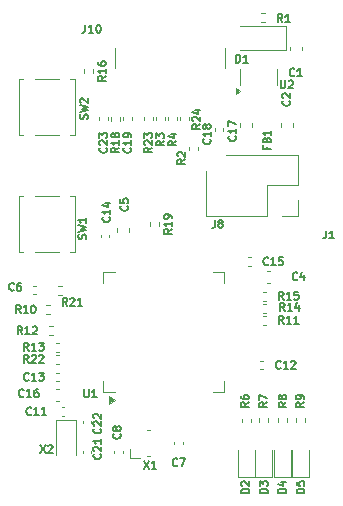
<source format=gbr>
%TF.GenerationSoftware,KiCad,Pcbnew,9.0.4*%
%TF.CreationDate,2025-09-05T15:19:02+01:00*%
%TF.ProjectId,MicroPython,4d696372-6f50-4797-9468-6f6e2e6b6963,rev?*%
%TF.SameCoordinates,Original*%
%TF.FileFunction,Legend,Top*%
%TF.FilePolarity,Positive*%
%FSLAX46Y46*%
G04 Gerber Fmt 4.6, Leading zero omitted, Abs format (unit mm)*
G04 Created by KiCad (PCBNEW 9.0.4) date 2025-09-05 15:19:02*
%MOMM*%
%LPD*%
G01*
G04 APERTURE LIST*
%ADD10C,0.152400*%
%ADD11C,0.150000*%
%ADD12C,0.149860*%
%ADD13C,0.100000*%
%ADD14C,0.120000*%
G04 APERTURE END LIST*
D10*
X148356562Y-99357588D02*
X148356562Y-98697188D01*
X148356562Y-98697188D02*
X148513800Y-98697188D01*
X148513800Y-98697188D02*
X148608143Y-98728636D01*
X148608143Y-98728636D02*
X148671038Y-98791531D01*
X148671038Y-98791531D02*
X148702485Y-98854426D01*
X148702485Y-98854426D02*
X148733933Y-98980217D01*
X148733933Y-98980217D02*
X148733933Y-99074560D01*
X148733933Y-99074560D02*
X148702485Y-99200350D01*
X148702485Y-99200350D02*
X148671038Y-99263245D01*
X148671038Y-99263245D02*
X148608143Y-99326141D01*
X148608143Y-99326141D02*
X148513800Y-99357588D01*
X148513800Y-99357588D02*
X148356562Y-99357588D01*
X149362885Y-99357588D02*
X148985514Y-99357588D01*
X149174200Y-99357588D02*
X149174200Y-98697188D01*
X149174200Y-98697188D02*
X149111304Y-98791531D01*
X149111304Y-98791531D02*
X149048409Y-98854426D01*
X149048409Y-98854426D02*
X148985514Y-98885874D01*
D11*
X154145513Y-135804037D02*
X153485113Y-135804037D01*
X153485113Y-135804037D02*
X153485113Y-135646799D01*
X153485113Y-135646799D02*
X153516561Y-135552456D01*
X153516561Y-135552456D02*
X153579456Y-135489561D01*
X153579456Y-135489561D02*
X153642351Y-135458114D01*
X153642351Y-135458114D02*
X153768142Y-135426666D01*
X153768142Y-135426666D02*
X153862485Y-135426666D01*
X153862485Y-135426666D02*
X153988275Y-135458114D01*
X153988275Y-135458114D02*
X154051170Y-135489561D01*
X154051170Y-135489561D02*
X154114066Y-135552456D01*
X154114066Y-135552456D02*
X154145513Y-135646799D01*
X154145513Y-135646799D02*
X154145513Y-135804037D01*
X153485113Y-134829161D02*
X153485113Y-135143637D01*
X153485113Y-135143637D02*
X153799589Y-135175085D01*
X153799589Y-135175085D02*
X153768142Y-135143637D01*
X153768142Y-135143637D02*
X153736694Y-135080742D01*
X153736694Y-135080742D02*
X153736694Y-134923504D01*
X153736694Y-134923504D02*
X153768142Y-134860609D01*
X153768142Y-134860609D02*
X153799589Y-134829161D01*
X153799589Y-134829161D02*
X153862485Y-134797714D01*
X153862485Y-134797714D02*
X154019723Y-134797714D01*
X154019723Y-134797714D02*
X154082618Y-134829161D01*
X154082618Y-134829161D02*
X154114066Y-134860609D01*
X154114066Y-134860609D02*
X154145513Y-134923504D01*
X154145513Y-134923504D02*
X154145513Y-135080742D01*
X154145513Y-135080742D02*
X154114066Y-135143637D01*
X154114066Y-135143637D02*
X154082618Y-135175085D01*
D10*
X136886693Y-130345542D02*
X136918141Y-130376990D01*
X136918141Y-130376990D02*
X136949588Y-130471332D01*
X136949588Y-130471332D02*
X136949588Y-130534228D01*
X136949588Y-130534228D02*
X136918141Y-130628571D01*
X136918141Y-130628571D02*
X136855245Y-130691466D01*
X136855245Y-130691466D02*
X136792350Y-130722913D01*
X136792350Y-130722913D02*
X136666560Y-130754361D01*
X136666560Y-130754361D02*
X136572217Y-130754361D01*
X136572217Y-130754361D02*
X136446426Y-130722913D01*
X136446426Y-130722913D02*
X136383531Y-130691466D01*
X136383531Y-130691466D02*
X136320636Y-130628571D01*
X136320636Y-130628571D02*
X136289188Y-130534228D01*
X136289188Y-130534228D02*
X136289188Y-130471332D01*
X136289188Y-130471332D02*
X136320636Y-130376990D01*
X136320636Y-130376990D02*
X136352083Y-130345542D01*
X136352083Y-130093961D02*
X136320636Y-130062513D01*
X136320636Y-130062513D02*
X136289188Y-129999618D01*
X136289188Y-129999618D02*
X136289188Y-129842380D01*
X136289188Y-129842380D02*
X136320636Y-129779485D01*
X136320636Y-129779485D02*
X136352083Y-129748037D01*
X136352083Y-129748037D02*
X136414979Y-129716590D01*
X136414979Y-129716590D02*
X136477874Y-129716590D01*
X136477874Y-129716590D02*
X136572217Y-129748037D01*
X136572217Y-129748037D02*
X136949588Y-130125409D01*
X136949588Y-130125409D02*
X136949588Y-129716590D01*
X136352083Y-129465009D02*
X136320636Y-129433561D01*
X136320636Y-129433561D02*
X136289188Y-129370666D01*
X136289188Y-129370666D02*
X136289188Y-129213428D01*
X136289188Y-129213428D02*
X136320636Y-129150533D01*
X136320636Y-129150533D02*
X136352083Y-129119085D01*
X136352083Y-129119085D02*
X136414979Y-129087638D01*
X136414979Y-129087638D02*
X136477874Y-129087638D01*
X136477874Y-129087638D02*
X136572217Y-129119085D01*
X136572217Y-129119085D02*
X136949588Y-129496457D01*
X136949588Y-129496457D02*
X136949588Y-129087638D01*
D11*
X130131457Y-120564713D02*
X129911324Y-120250237D01*
X129754086Y-120564713D02*
X129754086Y-119904313D01*
X129754086Y-119904313D02*
X130005667Y-119904313D01*
X130005667Y-119904313D02*
X130068562Y-119935761D01*
X130068562Y-119935761D02*
X130100009Y-119967208D01*
X130100009Y-119967208D02*
X130131457Y-120030104D01*
X130131457Y-120030104D02*
X130131457Y-120124446D01*
X130131457Y-120124446D02*
X130100009Y-120187342D01*
X130100009Y-120187342D02*
X130068562Y-120218789D01*
X130068562Y-120218789D02*
X130005667Y-120250237D01*
X130005667Y-120250237D02*
X129754086Y-120250237D01*
X130760409Y-120564713D02*
X130383038Y-120564713D01*
X130571724Y-120564713D02*
X130571724Y-119904313D01*
X130571724Y-119904313D02*
X130508828Y-119998656D01*
X130508828Y-119998656D02*
X130445933Y-120061551D01*
X130445933Y-120061551D02*
X130383038Y-120092999D01*
X131169228Y-119904313D02*
X131232123Y-119904313D01*
X131232123Y-119904313D02*
X131295019Y-119935761D01*
X131295019Y-119935761D02*
X131326466Y-119967208D01*
X131326466Y-119967208D02*
X131357914Y-120030104D01*
X131357914Y-120030104D02*
X131389361Y-120155894D01*
X131389361Y-120155894D02*
X131389361Y-120313132D01*
X131389361Y-120313132D02*
X131357914Y-120438923D01*
X131357914Y-120438923D02*
X131326466Y-120501818D01*
X131326466Y-120501818D02*
X131295019Y-120533266D01*
X131295019Y-120533266D02*
X131232123Y-120564713D01*
X131232123Y-120564713D02*
X131169228Y-120564713D01*
X131169228Y-120564713D02*
X131106333Y-120533266D01*
X131106333Y-120533266D02*
X131074885Y-120501818D01*
X131074885Y-120501818D02*
X131043438Y-120438923D01*
X131043438Y-120438923D02*
X131011990Y-120313132D01*
X131011990Y-120313132D02*
X131011990Y-120155894D01*
X131011990Y-120155894D02*
X131043438Y-120030104D01*
X131043438Y-120030104D02*
X131074885Y-119967208D01*
X131074885Y-119967208D02*
X131106333Y-119935761D01*
X131106333Y-119935761D02*
X131169228Y-119904313D01*
X139426818Y-106568542D02*
X139458266Y-106599990D01*
X139458266Y-106599990D02*
X139489713Y-106694332D01*
X139489713Y-106694332D02*
X139489713Y-106757228D01*
X139489713Y-106757228D02*
X139458266Y-106851571D01*
X139458266Y-106851571D02*
X139395370Y-106914466D01*
X139395370Y-106914466D02*
X139332475Y-106945913D01*
X139332475Y-106945913D02*
X139206685Y-106977361D01*
X139206685Y-106977361D02*
X139112342Y-106977361D01*
X139112342Y-106977361D02*
X138986551Y-106945913D01*
X138986551Y-106945913D02*
X138923656Y-106914466D01*
X138923656Y-106914466D02*
X138860761Y-106851571D01*
X138860761Y-106851571D02*
X138829313Y-106757228D01*
X138829313Y-106757228D02*
X138829313Y-106694332D01*
X138829313Y-106694332D02*
X138860761Y-106599990D01*
X138860761Y-106599990D02*
X138892208Y-106568542D01*
X139489713Y-105939590D02*
X139489713Y-106316961D01*
X139489713Y-106128275D02*
X138829313Y-106128275D01*
X138829313Y-106128275D02*
X138923656Y-106191171D01*
X138923656Y-106191171D02*
X138986551Y-106254066D01*
X138986551Y-106254066D02*
X139017999Y-106316961D01*
X139489713Y-105625114D02*
X139489713Y-105499323D01*
X139489713Y-105499323D02*
X139458266Y-105436428D01*
X139458266Y-105436428D02*
X139426818Y-105404980D01*
X139426818Y-105404980D02*
X139332475Y-105342085D01*
X139332475Y-105342085D02*
X139206685Y-105310638D01*
X139206685Y-105310638D02*
X138955104Y-105310638D01*
X138955104Y-105310638D02*
X138892208Y-105342085D01*
X138892208Y-105342085D02*
X138860761Y-105373533D01*
X138860761Y-105373533D02*
X138829313Y-105436428D01*
X138829313Y-105436428D02*
X138829313Y-105562219D01*
X138829313Y-105562219D02*
X138860761Y-105625114D01*
X138860761Y-105625114D02*
X138892208Y-105656561D01*
X138892208Y-105656561D02*
X138955104Y-105688009D01*
X138955104Y-105688009D02*
X139112342Y-105688009D01*
X139112342Y-105688009D02*
X139175237Y-105656561D01*
X139175237Y-105656561D02*
X139206685Y-105625114D01*
X139206685Y-105625114D02*
X139238132Y-105562219D01*
X139238132Y-105562219D02*
X139238132Y-105436428D01*
X139238132Y-105436428D02*
X139206685Y-105373533D01*
X139206685Y-105373533D02*
X139175237Y-105342085D01*
X139175237Y-105342085D02*
X139112342Y-105310638D01*
X135609390Y-96157313D02*
X135609390Y-96629027D01*
X135609390Y-96629027D02*
X135577943Y-96723370D01*
X135577943Y-96723370D02*
X135515047Y-96786266D01*
X135515047Y-96786266D02*
X135420705Y-96817713D01*
X135420705Y-96817713D02*
X135357809Y-96817713D01*
X136269790Y-96817713D02*
X135892419Y-96817713D01*
X136081105Y-96817713D02*
X136081105Y-96157313D01*
X136081105Y-96157313D02*
X136018209Y-96251656D01*
X136018209Y-96251656D02*
X135955314Y-96314551D01*
X135955314Y-96314551D02*
X135892419Y-96345999D01*
X136678609Y-96157313D02*
X136741504Y-96157313D01*
X136741504Y-96157313D02*
X136804400Y-96188761D01*
X136804400Y-96188761D02*
X136835847Y-96220208D01*
X136835847Y-96220208D02*
X136867295Y-96283104D01*
X136867295Y-96283104D02*
X136898742Y-96408894D01*
X136898742Y-96408894D02*
X136898742Y-96566132D01*
X136898742Y-96566132D02*
X136867295Y-96691923D01*
X136867295Y-96691923D02*
X136835847Y-96754818D01*
X136835847Y-96754818D02*
X136804400Y-96786266D01*
X136804400Y-96786266D02*
X136741504Y-96817713D01*
X136741504Y-96817713D02*
X136678609Y-96817713D01*
X136678609Y-96817713D02*
X136615714Y-96786266D01*
X136615714Y-96786266D02*
X136584266Y-96754818D01*
X136584266Y-96754818D02*
X136552819Y-96691923D01*
X136552819Y-96691923D02*
X136521371Y-96566132D01*
X136521371Y-96566132D02*
X136521371Y-96408894D01*
X136521371Y-96408894D02*
X136552819Y-96283104D01*
X136552819Y-96283104D02*
X136584266Y-96220208D01*
X136584266Y-96220208D02*
X136615714Y-96188761D01*
X136615714Y-96188761D02*
X136678609Y-96157313D01*
X141267713Y-106558542D02*
X140953237Y-106778675D01*
X141267713Y-106935913D02*
X140607313Y-106935913D01*
X140607313Y-106935913D02*
X140607313Y-106684332D01*
X140607313Y-106684332D02*
X140638761Y-106621437D01*
X140638761Y-106621437D02*
X140670208Y-106589990D01*
X140670208Y-106589990D02*
X140733104Y-106558542D01*
X140733104Y-106558542D02*
X140827446Y-106558542D01*
X140827446Y-106558542D02*
X140890342Y-106589990D01*
X140890342Y-106589990D02*
X140921789Y-106621437D01*
X140921789Y-106621437D02*
X140953237Y-106684332D01*
X140953237Y-106684332D02*
X140953237Y-106935913D01*
X140670208Y-106306961D02*
X140638761Y-106275513D01*
X140638761Y-106275513D02*
X140607313Y-106212618D01*
X140607313Y-106212618D02*
X140607313Y-106055380D01*
X140607313Y-106055380D02*
X140638761Y-105992485D01*
X140638761Y-105992485D02*
X140670208Y-105961037D01*
X140670208Y-105961037D02*
X140733104Y-105929590D01*
X140733104Y-105929590D02*
X140795999Y-105929590D01*
X140795999Y-105929590D02*
X140890342Y-105961037D01*
X140890342Y-105961037D02*
X141267713Y-106338409D01*
X141267713Y-106338409D02*
X141267713Y-105929590D01*
X140607313Y-105709457D02*
X140607313Y-105300638D01*
X140607313Y-105300638D02*
X140858894Y-105520771D01*
X140858894Y-105520771D02*
X140858894Y-105426428D01*
X140858894Y-105426428D02*
X140890342Y-105363533D01*
X140890342Y-105363533D02*
X140921789Y-105332085D01*
X140921789Y-105332085D02*
X140984685Y-105300638D01*
X140984685Y-105300638D02*
X141141923Y-105300638D01*
X141141923Y-105300638D02*
X141204818Y-105332085D01*
X141204818Y-105332085D02*
X141236266Y-105363533D01*
X141236266Y-105363533D02*
X141267713Y-105426428D01*
X141267713Y-105426428D02*
X141267713Y-105615114D01*
X141267713Y-105615114D02*
X141236266Y-105678009D01*
X141236266Y-105678009D02*
X141204818Y-105709457D01*
D10*
X131799390Y-131715188D02*
X132239657Y-132375588D01*
X132239657Y-131715188D02*
X131799390Y-132375588D01*
X132459790Y-131778083D02*
X132491238Y-131746636D01*
X132491238Y-131746636D02*
X132554133Y-131715188D01*
X132554133Y-131715188D02*
X132711371Y-131715188D01*
X132711371Y-131715188D02*
X132774266Y-131746636D01*
X132774266Y-131746636D02*
X132805714Y-131778083D01*
X132805714Y-131778083D02*
X132837161Y-131840979D01*
X132837161Y-131840979D02*
X132837161Y-131903874D01*
X132837161Y-131903874D02*
X132805714Y-131998217D01*
X132805714Y-131998217D02*
X132428342Y-132375588D01*
X132428342Y-132375588D02*
X132837161Y-132375588D01*
D11*
X139172818Y-111487066D02*
X139204266Y-111518514D01*
X139204266Y-111518514D02*
X139235713Y-111612856D01*
X139235713Y-111612856D02*
X139235713Y-111675752D01*
X139235713Y-111675752D02*
X139204266Y-111770095D01*
X139204266Y-111770095D02*
X139141370Y-111832990D01*
X139141370Y-111832990D02*
X139078475Y-111864437D01*
X139078475Y-111864437D02*
X138952685Y-111895885D01*
X138952685Y-111895885D02*
X138858342Y-111895885D01*
X138858342Y-111895885D02*
X138732551Y-111864437D01*
X138732551Y-111864437D02*
X138669656Y-111832990D01*
X138669656Y-111832990D02*
X138606761Y-111770095D01*
X138606761Y-111770095D02*
X138575313Y-111675752D01*
X138575313Y-111675752D02*
X138575313Y-111612856D01*
X138575313Y-111612856D02*
X138606761Y-111518514D01*
X138606761Y-111518514D02*
X138638208Y-111487066D01*
X138575313Y-110889561D02*
X138575313Y-111204037D01*
X138575313Y-111204037D02*
X138889789Y-111235485D01*
X138889789Y-111235485D02*
X138858342Y-111204037D01*
X138858342Y-111204037D02*
X138826894Y-111141142D01*
X138826894Y-111141142D02*
X138826894Y-110983904D01*
X138826894Y-110983904D02*
X138858342Y-110921009D01*
X138858342Y-110921009D02*
X138889789Y-110889561D01*
X138889789Y-110889561D02*
X138952685Y-110858114D01*
X138952685Y-110858114D02*
X139109923Y-110858114D01*
X139109923Y-110858114D02*
X139172818Y-110889561D01*
X139172818Y-110889561D02*
X139204266Y-110921009D01*
X139204266Y-110921009D02*
X139235713Y-110983904D01*
X139235713Y-110983904D02*
X139235713Y-111141142D01*
X139235713Y-111141142D02*
X139204266Y-111204037D01*
X139204266Y-111204037D02*
X139172818Y-111235485D01*
X142918713Y-113454542D02*
X142604237Y-113674675D01*
X142918713Y-113831913D02*
X142258313Y-113831913D01*
X142258313Y-113831913D02*
X142258313Y-113580332D01*
X142258313Y-113580332D02*
X142289761Y-113517437D01*
X142289761Y-113517437D02*
X142321208Y-113485990D01*
X142321208Y-113485990D02*
X142384104Y-113454542D01*
X142384104Y-113454542D02*
X142478446Y-113454542D01*
X142478446Y-113454542D02*
X142541342Y-113485990D01*
X142541342Y-113485990D02*
X142572789Y-113517437D01*
X142572789Y-113517437D02*
X142604237Y-113580332D01*
X142604237Y-113580332D02*
X142604237Y-113831913D01*
X142918713Y-112825590D02*
X142918713Y-113202961D01*
X142918713Y-113014275D02*
X142258313Y-113014275D01*
X142258313Y-113014275D02*
X142352656Y-113077171D01*
X142352656Y-113077171D02*
X142415551Y-113140066D01*
X142415551Y-113140066D02*
X142446999Y-113202961D01*
X142918713Y-112511114D02*
X142918713Y-112385323D01*
X142918713Y-112385323D02*
X142887266Y-112322428D01*
X142887266Y-112322428D02*
X142855818Y-112290980D01*
X142855818Y-112290980D02*
X142761475Y-112228085D01*
X142761475Y-112228085D02*
X142635685Y-112196638D01*
X142635685Y-112196638D02*
X142384104Y-112196638D01*
X142384104Y-112196638D02*
X142321208Y-112228085D01*
X142321208Y-112228085D02*
X142289761Y-112259533D01*
X142289761Y-112259533D02*
X142258313Y-112322428D01*
X142258313Y-112322428D02*
X142258313Y-112448219D01*
X142258313Y-112448219D02*
X142289761Y-112511114D01*
X142289761Y-112511114D02*
X142321208Y-112542561D01*
X142321208Y-112542561D02*
X142384104Y-112574009D01*
X142384104Y-112574009D02*
X142541342Y-112574009D01*
X142541342Y-112574009D02*
X142604237Y-112542561D01*
X142604237Y-112542561D02*
X142635685Y-112511114D01*
X142635685Y-112511114D02*
X142667132Y-112448219D01*
X142667132Y-112448219D02*
X142667132Y-112322428D01*
X142667132Y-112322428D02*
X142635685Y-112259533D01*
X142635685Y-112259533D02*
X142604237Y-112228085D01*
X142604237Y-112228085D02*
X142541342Y-112196638D01*
X152494457Y-120361713D02*
X152274324Y-120047237D01*
X152117086Y-120361713D02*
X152117086Y-119701313D01*
X152117086Y-119701313D02*
X152368667Y-119701313D01*
X152368667Y-119701313D02*
X152431562Y-119732761D01*
X152431562Y-119732761D02*
X152463009Y-119764208D01*
X152463009Y-119764208D02*
X152494457Y-119827104D01*
X152494457Y-119827104D02*
X152494457Y-119921446D01*
X152494457Y-119921446D02*
X152463009Y-119984342D01*
X152463009Y-119984342D02*
X152431562Y-120015789D01*
X152431562Y-120015789D02*
X152368667Y-120047237D01*
X152368667Y-120047237D02*
X152117086Y-120047237D01*
X153123409Y-120361713D02*
X152746038Y-120361713D01*
X152934724Y-120361713D02*
X152934724Y-119701313D01*
X152934724Y-119701313D02*
X152871828Y-119795656D01*
X152871828Y-119795656D02*
X152808933Y-119858551D01*
X152808933Y-119858551D02*
X152746038Y-119889999D01*
X153689466Y-119921446D02*
X153689466Y-120361713D01*
X153532228Y-119669866D02*
X153374990Y-120141580D01*
X153374990Y-120141580D02*
X153783809Y-120141580D01*
D12*
X150954796Y-106468332D02*
X150954796Y-106688465D01*
X151300720Y-106688465D02*
X150640320Y-106688465D01*
X150640320Y-106688465D02*
X150640320Y-106373989D01*
X150954796Y-105902275D02*
X150986244Y-105807932D01*
X150986244Y-105807932D02*
X151017692Y-105776485D01*
X151017692Y-105776485D02*
X151080587Y-105745037D01*
X151080587Y-105745037D02*
X151174930Y-105745037D01*
X151174930Y-105745037D02*
X151237825Y-105776485D01*
X151237825Y-105776485D02*
X151269273Y-105807932D01*
X151269273Y-105807932D02*
X151300720Y-105870827D01*
X151300720Y-105870827D02*
X151300720Y-106122408D01*
X151300720Y-106122408D02*
X150640320Y-106122408D01*
X150640320Y-106122408D02*
X150640320Y-105902275D01*
X150640320Y-105902275D02*
X150671768Y-105839380D01*
X150671768Y-105839380D02*
X150703215Y-105807932D01*
X150703215Y-105807932D02*
X150766111Y-105776485D01*
X150766111Y-105776485D02*
X150829006Y-105776485D01*
X150829006Y-105776485D02*
X150891901Y-105807932D01*
X150891901Y-105807932D02*
X150923349Y-105839380D01*
X150923349Y-105839380D02*
X150954796Y-105902275D01*
X150954796Y-105902275D02*
X150954796Y-106122408D01*
X151300720Y-105116085D02*
X151300720Y-105493456D01*
X151300720Y-105304770D02*
X150640320Y-105304770D01*
X150640320Y-105304770D02*
X150734663Y-105367666D01*
X150734663Y-105367666D02*
X150797558Y-105430561D01*
X150797558Y-105430561D02*
X150829006Y-105493456D01*
D11*
X152396457Y-121453713D02*
X152176324Y-121139237D01*
X152019086Y-121453713D02*
X152019086Y-120793313D01*
X152019086Y-120793313D02*
X152270667Y-120793313D01*
X152270667Y-120793313D02*
X152333562Y-120824761D01*
X152333562Y-120824761D02*
X152365009Y-120856208D01*
X152365009Y-120856208D02*
X152396457Y-120919104D01*
X152396457Y-120919104D02*
X152396457Y-121013446D01*
X152396457Y-121013446D02*
X152365009Y-121076342D01*
X152365009Y-121076342D02*
X152333562Y-121107789D01*
X152333562Y-121107789D02*
X152270667Y-121139237D01*
X152270667Y-121139237D02*
X152019086Y-121139237D01*
X153025409Y-121453713D02*
X152648038Y-121453713D01*
X152836724Y-121453713D02*
X152836724Y-120793313D01*
X152836724Y-120793313D02*
X152773828Y-120887656D01*
X152773828Y-120887656D02*
X152710933Y-120950551D01*
X152710933Y-120950551D02*
X152648038Y-120981999D01*
X153654361Y-121453713D02*
X153276990Y-121453713D01*
X153465676Y-121453713D02*
X153465676Y-120793313D01*
X153465676Y-120793313D02*
X153402780Y-120887656D01*
X153402780Y-120887656D02*
X153339885Y-120950551D01*
X153339885Y-120950551D02*
X153276990Y-120981999D01*
X150995913Y-128126066D02*
X150681437Y-128346199D01*
X150995913Y-128503437D02*
X150335513Y-128503437D01*
X150335513Y-128503437D02*
X150335513Y-128251856D01*
X150335513Y-128251856D02*
X150366961Y-128188961D01*
X150366961Y-128188961D02*
X150398408Y-128157514D01*
X150398408Y-128157514D02*
X150461304Y-128126066D01*
X150461304Y-128126066D02*
X150555646Y-128126066D01*
X150555646Y-128126066D02*
X150618542Y-128157514D01*
X150618542Y-128157514D02*
X150649989Y-128188961D01*
X150649989Y-128188961D02*
X150681437Y-128251856D01*
X150681437Y-128251856D02*
X150681437Y-128503437D01*
X150335513Y-127905933D02*
X150335513Y-127465666D01*
X150335513Y-127465666D02*
X150995913Y-127748695D01*
X152621513Y-128126066D02*
X152307037Y-128346199D01*
X152621513Y-128503437D02*
X151961113Y-128503437D01*
X151961113Y-128503437D02*
X151961113Y-128251856D01*
X151961113Y-128251856D02*
X151992561Y-128188961D01*
X151992561Y-128188961D02*
X152024008Y-128157514D01*
X152024008Y-128157514D02*
X152086904Y-128126066D01*
X152086904Y-128126066D02*
X152181246Y-128126066D01*
X152181246Y-128126066D02*
X152244142Y-128157514D01*
X152244142Y-128157514D02*
X152275589Y-128188961D01*
X152275589Y-128188961D02*
X152307037Y-128251856D01*
X152307037Y-128251856D02*
X152307037Y-128503437D01*
X152244142Y-127748695D02*
X152212694Y-127811590D01*
X152212694Y-127811590D02*
X152181246Y-127843037D01*
X152181246Y-127843037D02*
X152118351Y-127874485D01*
X152118351Y-127874485D02*
X152086904Y-127874485D01*
X152086904Y-127874485D02*
X152024008Y-127843037D01*
X152024008Y-127843037D02*
X151992561Y-127811590D01*
X151992561Y-127811590D02*
X151961113Y-127748695D01*
X151961113Y-127748695D02*
X151961113Y-127622904D01*
X151961113Y-127622904D02*
X151992561Y-127560009D01*
X151992561Y-127560009D02*
X152024008Y-127528561D01*
X152024008Y-127528561D02*
X152086904Y-127497114D01*
X152086904Y-127497114D02*
X152118351Y-127497114D01*
X152118351Y-127497114D02*
X152181246Y-127528561D01*
X152181246Y-127528561D02*
X152212694Y-127560009D01*
X152212694Y-127560009D02*
X152244142Y-127622904D01*
X152244142Y-127622904D02*
X152244142Y-127748695D01*
X152244142Y-127748695D02*
X152275589Y-127811590D01*
X152275589Y-127811590D02*
X152307037Y-127843037D01*
X152307037Y-127843037D02*
X152369932Y-127874485D01*
X152369932Y-127874485D02*
X152495723Y-127874485D01*
X152495723Y-127874485D02*
X152558618Y-127843037D01*
X152558618Y-127843037D02*
X152590066Y-127811590D01*
X152590066Y-127811590D02*
X152621513Y-127748695D01*
X152621513Y-127748695D02*
X152621513Y-127622904D01*
X152621513Y-127622904D02*
X152590066Y-127560009D01*
X152590066Y-127560009D02*
X152558618Y-127528561D01*
X152558618Y-127528561D02*
X152495723Y-127497114D01*
X152495723Y-127497114D02*
X152369932Y-127497114D01*
X152369932Y-127497114D02*
X152307037Y-127528561D01*
X152307037Y-127528561D02*
X152275589Y-127560009D01*
X152275589Y-127560009D02*
X152244142Y-127622904D01*
X153305933Y-100437818D02*
X153274485Y-100469266D01*
X153274485Y-100469266D02*
X153180143Y-100500713D01*
X153180143Y-100500713D02*
X153117247Y-100500713D01*
X153117247Y-100500713D02*
X153022904Y-100469266D01*
X153022904Y-100469266D02*
X152960009Y-100406370D01*
X152960009Y-100406370D02*
X152928562Y-100343475D01*
X152928562Y-100343475D02*
X152897114Y-100217685D01*
X152897114Y-100217685D02*
X152897114Y-100123342D01*
X152897114Y-100123342D02*
X152928562Y-99997551D01*
X152928562Y-99997551D02*
X152960009Y-99934656D01*
X152960009Y-99934656D02*
X153022904Y-99871761D01*
X153022904Y-99871761D02*
X153117247Y-99840313D01*
X153117247Y-99840313D02*
X153180143Y-99840313D01*
X153180143Y-99840313D02*
X153274485Y-99871761D01*
X153274485Y-99871761D02*
X153305933Y-99903208D01*
X153934885Y-100500713D02*
X153557514Y-100500713D01*
X153746200Y-100500713D02*
X153746200Y-99840313D01*
X153746200Y-99840313D02*
X153683304Y-99934656D01*
X153683304Y-99934656D02*
X153620409Y-99997551D01*
X153620409Y-99997551D02*
X153557514Y-100028999D01*
X149471913Y-135804037D02*
X148811513Y-135804037D01*
X148811513Y-135804037D02*
X148811513Y-135646799D01*
X148811513Y-135646799D02*
X148842961Y-135552456D01*
X148842961Y-135552456D02*
X148905856Y-135489561D01*
X148905856Y-135489561D02*
X148968751Y-135458114D01*
X148968751Y-135458114D02*
X149094542Y-135426666D01*
X149094542Y-135426666D02*
X149188885Y-135426666D01*
X149188885Y-135426666D02*
X149314675Y-135458114D01*
X149314675Y-135458114D02*
X149377570Y-135489561D01*
X149377570Y-135489561D02*
X149440466Y-135552456D01*
X149440466Y-135552456D02*
X149471913Y-135646799D01*
X149471913Y-135646799D02*
X149471913Y-135804037D01*
X148874408Y-135175085D02*
X148842961Y-135143637D01*
X148842961Y-135143637D02*
X148811513Y-135080742D01*
X148811513Y-135080742D02*
X148811513Y-134923504D01*
X148811513Y-134923504D02*
X148842961Y-134860609D01*
X148842961Y-134860609D02*
X148874408Y-134829161D01*
X148874408Y-134829161D02*
X148937304Y-134797714D01*
X148937304Y-134797714D02*
X149000199Y-134797714D01*
X149000199Y-134797714D02*
X149094542Y-134829161D01*
X149094542Y-134829161D02*
X149471913Y-135206533D01*
X149471913Y-135206533D02*
X149471913Y-134797714D01*
X152396457Y-119421713D02*
X152176324Y-119107237D01*
X152019086Y-119421713D02*
X152019086Y-118761313D01*
X152019086Y-118761313D02*
X152270667Y-118761313D01*
X152270667Y-118761313D02*
X152333562Y-118792761D01*
X152333562Y-118792761D02*
X152365009Y-118824208D01*
X152365009Y-118824208D02*
X152396457Y-118887104D01*
X152396457Y-118887104D02*
X152396457Y-118981446D01*
X152396457Y-118981446D02*
X152365009Y-119044342D01*
X152365009Y-119044342D02*
X152333562Y-119075789D01*
X152333562Y-119075789D02*
X152270667Y-119107237D01*
X152270667Y-119107237D02*
X152019086Y-119107237D01*
X153025409Y-119421713D02*
X152648038Y-119421713D01*
X152836724Y-119421713D02*
X152836724Y-118761313D01*
X152836724Y-118761313D02*
X152773828Y-118855656D01*
X152773828Y-118855656D02*
X152710933Y-118918551D01*
X152710933Y-118918551D02*
X152648038Y-118949999D01*
X153622914Y-118761313D02*
X153308438Y-118761313D01*
X153308438Y-118761313D02*
X153276990Y-119075789D01*
X153276990Y-119075789D02*
X153308438Y-119044342D01*
X153308438Y-119044342D02*
X153371333Y-119012894D01*
X153371333Y-119012894D02*
X153528571Y-119012894D01*
X153528571Y-119012894D02*
X153591466Y-119044342D01*
X153591466Y-119044342D02*
X153622914Y-119075789D01*
X153622914Y-119075789D02*
X153654361Y-119138685D01*
X153654361Y-119138685D02*
X153654361Y-119295923D01*
X153654361Y-119295923D02*
X153622914Y-119358818D01*
X153622914Y-119358818D02*
X153591466Y-119390266D01*
X153591466Y-119390266D02*
X153528571Y-119421713D01*
X153528571Y-119421713D02*
X153371333Y-119421713D01*
X153371333Y-119421713D02*
X153308438Y-119390266D01*
X153308438Y-119390266D02*
X153276990Y-119358818D01*
X153559933Y-117707818D02*
X153528485Y-117739266D01*
X153528485Y-117739266D02*
X153434143Y-117770713D01*
X153434143Y-117770713D02*
X153371247Y-117770713D01*
X153371247Y-117770713D02*
X153276904Y-117739266D01*
X153276904Y-117739266D02*
X153214009Y-117676370D01*
X153214009Y-117676370D02*
X153182562Y-117613475D01*
X153182562Y-117613475D02*
X153151114Y-117487685D01*
X153151114Y-117487685D02*
X153151114Y-117393342D01*
X153151114Y-117393342D02*
X153182562Y-117267551D01*
X153182562Y-117267551D02*
X153214009Y-117204656D01*
X153214009Y-117204656D02*
X153276904Y-117141761D01*
X153276904Y-117141761D02*
X153371247Y-117110313D01*
X153371247Y-117110313D02*
X153434143Y-117110313D01*
X153434143Y-117110313D02*
X153528485Y-117141761D01*
X153528485Y-117141761D02*
X153559933Y-117173208D01*
X154125990Y-117330446D02*
X154125990Y-117770713D01*
X153968752Y-117078866D02*
X153811514Y-117550580D01*
X153811514Y-117550580D02*
X154220333Y-117550580D01*
X154094713Y-128126066D02*
X153780237Y-128346199D01*
X154094713Y-128503437D02*
X153434313Y-128503437D01*
X153434313Y-128503437D02*
X153434313Y-128251856D01*
X153434313Y-128251856D02*
X153465761Y-128188961D01*
X153465761Y-128188961D02*
X153497208Y-128157514D01*
X153497208Y-128157514D02*
X153560104Y-128126066D01*
X153560104Y-128126066D02*
X153654446Y-128126066D01*
X153654446Y-128126066D02*
X153717342Y-128157514D01*
X153717342Y-128157514D02*
X153748789Y-128188961D01*
X153748789Y-128188961D02*
X153780237Y-128251856D01*
X153780237Y-128251856D02*
X153780237Y-128503437D01*
X154094713Y-127811590D02*
X154094713Y-127685799D01*
X154094713Y-127685799D02*
X154063266Y-127622904D01*
X154063266Y-127622904D02*
X154031818Y-127591456D01*
X154031818Y-127591456D02*
X153937475Y-127528561D01*
X153937475Y-127528561D02*
X153811685Y-127497114D01*
X153811685Y-127497114D02*
X153560104Y-127497114D01*
X153560104Y-127497114D02*
X153497208Y-127528561D01*
X153497208Y-127528561D02*
X153465761Y-127560009D01*
X153465761Y-127560009D02*
X153434313Y-127622904D01*
X153434313Y-127622904D02*
X153434313Y-127748695D01*
X153434313Y-127748695D02*
X153465761Y-127811590D01*
X153465761Y-127811590D02*
X153497208Y-127843037D01*
X153497208Y-127843037D02*
X153560104Y-127874485D01*
X153560104Y-127874485D02*
X153717342Y-127874485D01*
X153717342Y-127874485D02*
X153780237Y-127843037D01*
X153780237Y-127843037D02*
X153811685Y-127811590D01*
X153811685Y-127811590D02*
X153843132Y-127748695D01*
X153843132Y-127748695D02*
X153843132Y-127622904D01*
X153843132Y-127622904D02*
X153811685Y-127560009D01*
X153811685Y-127560009D02*
X153780237Y-127528561D01*
X153780237Y-127528561D02*
X153717342Y-127497114D01*
X137330713Y-100498542D02*
X137016237Y-100718675D01*
X137330713Y-100875913D02*
X136670313Y-100875913D01*
X136670313Y-100875913D02*
X136670313Y-100624332D01*
X136670313Y-100624332D02*
X136701761Y-100561437D01*
X136701761Y-100561437D02*
X136733208Y-100529990D01*
X136733208Y-100529990D02*
X136796104Y-100498542D01*
X136796104Y-100498542D02*
X136890446Y-100498542D01*
X136890446Y-100498542D02*
X136953342Y-100529990D01*
X136953342Y-100529990D02*
X136984789Y-100561437D01*
X136984789Y-100561437D02*
X137016237Y-100624332D01*
X137016237Y-100624332D02*
X137016237Y-100875913D01*
X137330713Y-99869590D02*
X137330713Y-100246961D01*
X137330713Y-100058275D02*
X136670313Y-100058275D01*
X136670313Y-100058275D02*
X136764656Y-100121171D01*
X136764656Y-100121171D02*
X136827551Y-100184066D01*
X136827551Y-100184066D02*
X136858999Y-100246961D01*
X136670313Y-99303533D02*
X136670313Y-99429323D01*
X136670313Y-99429323D02*
X136701761Y-99492219D01*
X136701761Y-99492219D02*
X136733208Y-99523666D01*
X136733208Y-99523666D02*
X136827551Y-99586561D01*
X136827551Y-99586561D02*
X136953342Y-99618009D01*
X136953342Y-99618009D02*
X137204923Y-99618009D01*
X137204923Y-99618009D02*
X137267818Y-99586561D01*
X137267818Y-99586561D02*
X137299266Y-99555114D01*
X137299266Y-99555114D02*
X137330713Y-99492219D01*
X137330713Y-99492219D02*
X137330713Y-99366428D01*
X137330713Y-99366428D02*
X137299266Y-99303533D01*
X137299266Y-99303533D02*
X137267818Y-99272085D01*
X137267818Y-99272085D02*
X137204923Y-99240638D01*
X137204923Y-99240638D02*
X137047685Y-99240638D01*
X137047685Y-99240638D02*
X136984789Y-99272085D01*
X136984789Y-99272085D02*
X136953342Y-99303533D01*
X136953342Y-99303533D02*
X136921894Y-99366428D01*
X136921894Y-99366428D02*
X136921894Y-99492219D01*
X136921894Y-99492219D02*
X136953342Y-99555114D01*
X136953342Y-99555114D02*
X136984789Y-99586561D01*
X136984789Y-99586561D02*
X137047685Y-99618009D01*
X142283713Y-105990066D02*
X141969237Y-106210199D01*
X142283713Y-106367437D02*
X141623313Y-106367437D01*
X141623313Y-106367437D02*
X141623313Y-106115856D01*
X141623313Y-106115856D02*
X141654761Y-106052961D01*
X141654761Y-106052961D02*
X141686208Y-106021514D01*
X141686208Y-106021514D02*
X141749104Y-105990066D01*
X141749104Y-105990066D02*
X141843446Y-105990066D01*
X141843446Y-105990066D02*
X141906342Y-106021514D01*
X141906342Y-106021514D02*
X141937789Y-106052961D01*
X141937789Y-106052961D02*
X141969237Y-106115856D01*
X141969237Y-106115856D02*
X141969237Y-106367437D01*
X141623313Y-105769933D02*
X141623313Y-105361114D01*
X141623313Y-105361114D02*
X141874894Y-105581247D01*
X141874894Y-105581247D02*
X141874894Y-105486904D01*
X141874894Y-105486904D02*
X141906342Y-105424009D01*
X141906342Y-105424009D02*
X141937789Y-105392561D01*
X141937789Y-105392561D02*
X142000685Y-105361114D01*
X142000685Y-105361114D02*
X142157923Y-105361114D01*
X142157923Y-105361114D02*
X142220818Y-105392561D01*
X142220818Y-105392561D02*
X142252266Y-105424009D01*
X142252266Y-105424009D02*
X142283713Y-105486904D01*
X142283713Y-105486904D02*
X142283713Y-105675590D01*
X142283713Y-105675590D02*
X142252266Y-105738485D01*
X142252266Y-105738485D02*
X142220818Y-105769933D01*
X151086457Y-116437818D02*
X151055009Y-116469266D01*
X151055009Y-116469266D02*
X150960667Y-116500713D01*
X150960667Y-116500713D02*
X150897771Y-116500713D01*
X150897771Y-116500713D02*
X150803428Y-116469266D01*
X150803428Y-116469266D02*
X150740533Y-116406370D01*
X150740533Y-116406370D02*
X150709086Y-116343475D01*
X150709086Y-116343475D02*
X150677638Y-116217685D01*
X150677638Y-116217685D02*
X150677638Y-116123342D01*
X150677638Y-116123342D02*
X150709086Y-115997551D01*
X150709086Y-115997551D02*
X150740533Y-115934656D01*
X150740533Y-115934656D02*
X150803428Y-115871761D01*
X150803428Y-115871761D02*
X150897771Y-115840313D01*
X150897771Y-115840313D02*
X150960667Y-115840313D01*
X150960667Y-115840313D02*
X151055009Y-115871761D01*
X151055009Y-115871761D02*
X151086457Y-115903208D01*
X151715409Y-116500713D02*
X151338038Y-116500713D01*
X151526724Y-116500713D02*
X151526724Y-115840313D01*
X151526724Y-115840313D02*
X151463828Y-115934656D01*
X151463828Y-115934656D02*
X151400933Y-115997551D01*
X151400933Y-115997551D02*
X151338038Y-116028999D01*
X152312914Y-115840313D02*
X151998438Y-115840313D01*
X151998438Y-115840313D02*
X151966990Y-116154789D01*
X151966990Y-116154789D02*
X151998438Y-116123342D01*
X151998438Y-116123342D02*
X152061333Y-116091894D01*
X152061333Y-116091894D02*
X152218571Y-116091894D01*
X152218571Y-116091894D02*
X152281466Y-116123342D01*
X152281466Y-116123342D02*
X152312914Y-116154789D01*
X152312914Y-116154789D02*
X152344361Y-116217685D01*
X152344361Y-116217685D02*
X152344361Y-116374923D01*
X152344361Y-116374923D02*
X152312914Y-116437818D01*
X152312914Y-116437818D02*
X152281466Y-116469266D01*
X152281466Y-116469266D02*
X152218571Y-116500713D01*
X152218571Y-116500713D02*
X152061333Y-116500713D01*
X152061333Y-116500713D02*
X151998438Y-116469266D01*
X151998438Y-116469266D02*
X151966990Y-116437818D01*
X140562390Y-133112313D02*
X141002657Y-133772713D01*
X141002657Y-133112313D02*
X140562390Y-133772713D01*
X141600161Y-133772713D02*
X141222790Y-133772713D01*
X141411476Y-133772713D02*
X141411476Y-133112313D01*
X141411476Y-133112313D02*
X141348580Y-133206656D01*
X141348580Y-133206656D02*
X141285685Y-133269551D01*
X141285685Y-133269551D02*
X141222790Y-133300999D01*
X152888818Y-102599066D02*
X152920266Y-102630514D01*
X152920266Y-102630514D02*
X152951713Y-102724856D01*
X152951713Y-102724856D02*
X152951713Y-102787752D01*
X152951713Y-102787752D02*
X152920266Y-102882095D01*
X152920266Y-102882095D02*
X152857370Y-102944990D01*
X152857370Y-102944990D02*
X152794475Y-102976437D01*
X152794475Y-102976437D02*
X152668685Y-103007885D01*
X152668685Y-103007885D02*
X152574342Y-103007885D01*
X152574342Y-103007885D02*
X152448551Y-102976437D01*
X152448551Y-102976437D02*
X152385656Y-102944990D01*
X152385656Y-102944990D02*
X152322761Y-102882095D01*
X152322761Y-102882095D02*
X152291313Y-102787752D01*
X152291313Y-102787752D02*
X152291313Y-102724856D01*
X152291313Y-102724856D02*
X152322761Y-102630514D01*
X152322761Y-102630514D02*
X152354208Y-102599066D01*
X152354208Y-102347485D02*
X152322761Y-102316037D01*
X152322761Y-102316037D02*
X152291313Y-102253142D01*
X152291313Y-102253142D02*
X152291313Y-102095904D01*
X152291313Y-102095904D02*
X152322761Y-102033009D01*
X152322761Y-102033009D02*
X152354208Y-102001561D01*
X152354208Y-102001561D02*
X152417104Y-101970114D01*
X152417104Y-101970114D02*
X152479999Y-101970114D01*
X152479999Y-101970114D02*
X152574342Y-102001561D01*
X152574342Y-102001561D02*
X152951713Y-102378933D01*
X152951713Y-102378933D02*
X152951713Y-101970114D01*
D10*
X146576866Y-112687188D02*
X146576866Y-113158902D01*
X146576866Y-113158902D02*
X146545419Y-113253245D01*
X146545419Y-113253245D02*
X146482523Y-113316141D01*
X146482523Y-113316141D02*
X146388181Y-113347588D01*
X146388181Y-113347588D02*
X146325285Y-113347588D01*
X146985685Y-112970217D02*
X146922790Y-112938769D01*
X146922790Y-112938769D02*
X146891343Y-112907321D01*
X146891343Y-112907321D02*
X146859895Y-112844426D01*
X146859895Y-112844426D02*
X146859895Y-112812979D01*
X146859895Y-112812979D02*
X146891343Y-112750083D01*
X146891343Y-112750083D02*
X146922790Y-112718636D01*
X146922790Y-112718636D02*
X146985685Y-112687188D01*
X146985685Y-112687188D02*
X147111476Y-112687188D01*
X147111476Y-112687188D02*
X147174371Y-112718636D01*
X147174371Y-112718636D02*
X147205819Y-112750083D01*
X147205819Y-112750083D02*
X147237266Y-112812979D01*
X147237266Y-112812979D02*
X147237266Y-112844426D01*
X147237266Y-112844426D02*
X147205819Y-112907321D01*
X147205819Y-112907321D02*
X147174371Y-112938769D01*
X147174371Y-112938769D02*
X147111476Y-112970217D01*
X147111476Y-112970217D02*
X146985685Y-112970217D01*
X146985685Y-112970217D02*
X146922790Y-113001664D01*
X146922790Y-113001664D02*
X146891343Y-113033112D01*
X146891343Y-113033112D02*
X146859895Y-113096007D01*
X146859895Y-113096007D02*
X146859895Y-113221798D01*
X146859895Y-113221798D02*
X146891343Y-113284693D01*
X146891343Y-113284693D02*
X146922790Y-113316141D01*
X146922790Y-113316141D02*
X146985685Y-113347588D01*
X146985685Y-113347588D02*
X147111476Y-113347588D01*
X147111476Y-113347588D02*
X147174371Y-113316141D01*
X147174371Y-113316141D02*
X147205819Y-113284693D01*
X147205819Y-113284693D02*
X147237266Y-113221798D01*
X147237266Y-113221798D02*
X147237266Y-113096007D01*
X147237266Y-113096007D02*
X147205819Y-113033112D01*
X147205819Y-113033112D02*
X147174371Y-113001664D01*
X147174371Y-113001664D02*
X147111476Y-112970217D01*
D11*
X138537818Y-130791066D02*
X138569266Y-130822514D01*
X138569266Y-130822514D02*
X138600713Y-130916856D01*
X138600713Y-130916856D02*
X138600713Y-130979752D01*
X138600713Y-130979752D02*
X138569266Y-131074095D01*
X138569266Y-131074095D02*
X138506370Y-131136990D01*
X138506370Y-131136990D02*
X138443475Y-131168437D01*
X138443475Y-131168437D02*
X138317685Y-131199885D01*
X138317685Y-131199885D02*
X138223342Y-131199885D01*
X138223342Y-131199885D02*
X138097551Y-131168437D01*
X138097551Y-131168437D02*
X138034656Y-131136990D01*
X138034656Y-131136990D02*
X137971761Y-131074095D01*
X137971761Y-131074095D02*
X137940313Y-130979752D01*
X137940313Y-130979752D02*
X137940313Y-130916856D01*
X137940313Y-130916856D02*
X137971761Y-130822514D01*
X137971761Y-130822514D02*
X138003208Y-130791066D01*
X138223342Y-130413695D02*
X138191894Y-130476590D01*
X138191894Y-130476590D02*
X138160446Y-130508037D01*
X138160446Y-130508037D02*
X138097551Y-130539485D01*
X138097551Y-130539485D02*
X138066104Y-130539485D01*
X138066104Y-130539485D02*
X138003208Y-130508037D01*
X138003208Y-130508037D02*
X137971761Y-130476590D01*
X137971761Y-130476590D02*
X137940313Y-130413695D01*
X137940313Y-130413695D02*
X137940313Y-130287904D01*
X137940313Y-130287904D02*
X137971761Y-130225009D01*
X137971761Y-130225009D02*
X138003208Y-130193561D01*
X138003208Y-130193561D02*
X138066104Y-130162114D01*
X138066104Y-130162114D02*
X138097551Y-130162114D01*
X138097551Y-130162114D02*
X138160446Y-130193561D01*
X138160446Y-130193561D02*
X138191894Y-130225009D01*
X138191894Y-130225009D02*
X138223342Y-130287904D01*
X138223342Y-130287904D02*
X138223342Y-130413695D01*
X138223342Y-130413695D02*
X138254789Y-130476590D01*
X138254789Y-130476590D02*
X138286237Y-130508037D01*
X138286237Y-130508037D02*
X138349132Y-130539485D01*
X138349132Y-130539485D02*
X138474923Y-130539485D01*
X138474923Y-130539485D02*
X138537818Y-130508037D01*
X138537818Y-130508037D02*
X138569266Y-130476590D01*
X138569266Y-130476590D02*
X138600713Y-130413695D01*
X138600713Y-130413695D02*
X138600713Y-130287904D01*
X138600713Y-130287904D02*
X138569266Y-130225009D01*
X138569266Y-130225009D02*
X138537818Y-130193561D01*
X138537818Y-130193561D02*
X138474923Y-130162114D01*
X138474923Y-130162114D02*
X138349132Y-130162114D01*
X138349132Y-130162114D02*
X138286237Y-130193561D01*
X138286237Y-130193561D02*
X138254789Y-130225009D01*
X138254789Y-130225009D02*
X138223342Y-130287904D01*
X130806457Y-123739713D02*
X130586324Y-123425237D01*
X130429086Y-123739713D02*
X130429086Y-123079313D01*
X130429086Y-123079313D02*
X130680667Y-123079313D01*
X130680667Y-123079313D02*
X130743562Y-123110761D01*
X130743562Y-123110761D02*
X130775009Y-123142208D01*
X130775009Y-123142208D02*
X130806457Y-123205104D01*
X130806457Y-123205104D02*
X130806457Y-123299446D01*
X130806457Y-123299446D02*
X130775009Y-123362342D01*
X130775009Y-123362342D02*
X130743562Y-123393789D01*
X130743562Y-123393789D02*
X130680667Y-123425237D01*
X130680667Y-123425237D02*
X130429086Y-123425237D01*
X131435409Y-123739713D02*
X131058038Y-123739713D01*
X131246724Y-123739713D02*
X131246724Y-123079313D01*
X131246724Y-123079313D02*
X131183828Y-123173656D01*
X131183828Y-123173656D02*
X131120933Y-123236551D01*
X131120933Y-123236551D02*
X131058038Y-123267999D01*
X131655542Y-123079313D02*
X132064361Y-123079313D01*
X132064361Y-123079313D02*
X131844228Y-123330894D01*
X131844228Y-123330894D02*
X131938571Y-123330894D01*
X131938571Y-123330894D02*
X132001466Y-123362342D01*
X132001466Y-123362342D02*
X132032914Y-123393789D01*
X132032914Y-123393789D02*
X132064361Y-123456685D01*
X132064361Y-123456685D02*
X132064361Y-123613923D01*
X132064361Y-123613923D02*
X132032914Y-123676818D01*
X132032914Y-123676818D02*
X132001466Y-123708266D01*
X132001466Y-123708266D02*
X131938571Y-123739713D01*
X131938571Y-123739713D02*
X131749885Y-123739713D01*
X131749885Y-123739713D02*
X131686990Y-123708266D01*
X131686990Y-123708266D02*
X131655542Y-123676818D01*
X151029780Y-135804037D02*
X150369380Y-135804037D01*
X150369380Y-135804037D02*
X150369380Y-135646799D01*
X150369380Y-135646799D02*
X150400828Y-135552456D01*
X150400828Y-135552456D02*
X150463723Y-135489561D01*
X150463723Y-135489561D02*
X150526618Y-135458114D01*
X150526618Y-135458114D02*
X150652409Y-135426666D01*
X150652409Y-135426666D02*
X150746752Y-135426666D01*
X150746752Y-135426666D02*
X150872542Y-135458114D01*
X150872542Y-135458114D02*
X150935437Y-135489561D01*
X150935437Y-135489561D02*
X150998333Y-135552456D01*
X150998333Y-135552456D02*
X151029780Y-135646799D01*
X151029780Y-135646799D02*
X151029780Y-135804037D01*
X150369380Y-135206533D02*
X150369380Y-134797714D01*
X150369380Y-134797714D02*
X150620961Y-135017847D01*
X150620961Y-135017847D02*
X150620961Y-134923504D01*
X150620961Y-134923504D02*
X150652409Y-134860609D01*
X150652409Y-134860609D02*
X150683856Y-134829161D01*
X150683856Y-134829161D02*
X150746752Y-134797714D01*
X150746752Y-134797714D02*
X150903990Y-134797714D01*
X150903990Y-134797714D02*
X150966885Y-134829161D01*
X150966885Y-134829161D02*
X150998333Y-134860609D01*
X150998333Y-134860609D02*
X151029780Y-134923504D01*
X151029780Y-134923504D02*
X151029780Y-135112190D01*
X151029780Y-135112190D02*
X150998333Y-135175085D01*
X150998333Y-135175085D02*
X150966885Y-135206533D01*
D10*
X152142457Y-125200693D02*
X152111009Y-125232141D01*
X152111009Y-125232141D02*
X152016667Y-125263588D01*
X152016667Y-125263588D02*
X151953771Y-125263588D01*
X151953771Y-125263588D02*
X151859428Y-125232141D01*
X151859428Y-125232141D02*
X151796533Y-125169245D01*
X151796533Y-125169245D02*
X151765086Y-125106350D01*
X151765086Y-125106350D02*
X151733638Y-124980560D01*
X151733638Y-124980560D02*
X151733638Y-124886217D01*
X151733638Y-124886217D02*
X151765086Y-124760426D01*
X151765086Y-124760426D02*
X151796533Y-124697531D01*
X151796533Y-124697531D02*
X151859428Y-124634636D01*
X151859428Y-124634636D02*
X151953771Y-124603188D01*
X151953771Y-124603188D02*
X152016667Y-124603188D01*
X152016667Y-124603188D02*
X152111009Y-124634636D01*
X152111009Y-124634636D02*
X152142457Y-124666083D01*
X152771409Y-125263588D02*
X152394038Y-125263588D01*
X152582724Y-125263588D02*
X152582724Y-124603188D01*
X152582724Y-124603188D02*
X152519828Y-124697531D01*
X152519828Y-124697531D02*
X152456933Y-124760426D01*
X152456933Y-124760426D02*
X152394038Y-124791874D01*
X153022990Y-124666083D02*
X153054438Y-124634636D01*
X153054438Y-124634636D02*
X153117333Y-124603188D01*
X153117333Y-124603188D02*
X153274571Y-124603188D01*
X153274571Y-124603188D02*
X153337466Y-124634636D01*
X153337466Y-124634636D02*
X153368914Y-124666083D01*
X153368914Y-124666083D02*
X153400361Y-124728979D01*
X153400361Y-124728979D02*
X153400361Y-124791874D01*
X153400361Y-124791874D02*
X153368914Y-124886217D01*
X153368914Y-124886217D02*
X152991542Y-125263588D01*
X152991542Y-125263588D02*
X153400361Y-125263588D01*
X135648141Y-114289532D02*
X135679588Y-114195189D01*
X135679588Y-114195189D02*
X135679588Y-114037951D01*
X135679588Y-114037951D02*
X135648141Y-113975056D01*
X135648141Y-113975056D02*
X135616693Y-113943608D01*
X135616693Y-113943608D02*
X135553798Y-113912161D01*
X135553798Y-113912161D02*
X135490902Y-113912161D01*
X135490902Y-113912161D02*
X135428007Y-113943608D01*
X135428007Y-113943608D02*
X135396560Y-113975056D01*
X135396560Y-113975056D02*
X135365112Y-114037951D01*
X135365112Y-114037951D02*
X135333664Y-114163742D01*
X135333664Y-114163742D02*
X135302217Y-114226637D01*
X135302217Y-114226637D02*
X135270769Y-114258084D01*
X135270769Y-114258084D02*
X135207874Y-114289532D01*
X135207874Y-114289532D02*
X135144979Y-114289532D01*
X135144979Y-114289532D02*
X135082083Y-114258084D01*
X135082083Y-114258084D02*
X135050636Y-114226637D01*
X135050636Y-114226637D02*
X135019188Y-114163742D01*
X135019188Y-114163742D02*
X135019188Y-114006503D01*
X135019188Y-114006503D02*
X135050636Y-113912161D01*
X135019188Y-113692028D02*
X135679588Y-113534790D01*
X135679588Y-113534790D02*
X135207874Y-113408999D01*
X135207874Y-113408999D02*
X135679588Y-113283209D01*
X135679588Y-113283209D02*
X135019188Y-113125971D01*
X135679588Y-112528466D02*
X135679588Y-112905837D01*
X135679588Y-112717151D02*
X135019188Y-112717151D01*
X135019188Y-112717151D02*
X135113531Y-112780047D01*
X135113531Y-112780047D02*
X135176426Y-112842942D01*
X135176426Y-112842942D02*
X135207874Y-112905837D01*
D11*
X129556933Y-118596818D02*
X129525485Y-118628266D01*
X129525485Y-118628266D02*
X129431143Y-118659713D01*
X129431143Y-118659713D02*
X129368247Y-118659713D01*
X129368247Y-118659713D02*
X129273904Y-118628266D01*
X129273904Y-118628266D02*
X129211009Y-118565370D01*
X129211009Y-118565370D02*
X129179562Y-118502475D01*
X129179562Y-118502475D02*
X129148114Y-118376685D01*
X129148114Y-118376685D02*
X129148114Y-118282342D01*
X129148114Y-118282342D02*
X129179562Y-118156551D01*
X129179562Y-118156551D02*
X129211009Y-118093656D01*
X129211009Y-118093656D02*
X129273904Y-118030761D01*
X129273904Y-118030761D02*
X129368247Y-117999313D01*
X129368247Y-117999313D02*
X129431143Y-117999313D01*
X129431143Y-117999313D02*
X129525485Y-118030761D01*
X129525485Y-118030761D02*
X129556933Y-118062208D01*
X130122990Y-117999313D02*
X129997200Y-117999313D01*
X129997200Y-117999313D02*
X129934304Y-118030761D01*
X129934304Y-118030761D02*
X129902857Y-118062208D01*
X129902857Y-118062208D02*
X129839962Y-118156551D01*
X129839962Y-118156551D02*
X129808514Y-118282342D01*
X129808514Y-118282342D02*
X129808514Y-118533923D01*
X129808514Y-118533923D02*
X129839962Y-118596818D01*
X129839962Y-118596818D02*
X129871409Y-118628266D01*
X129871409Y-118628266D02*
X129934304Y-118659713D01*
X129934304Y-118659713D02*
X130060095Y-118659713D01*
X130060095Y-118659713D02*
X130122990Y-118628266D01*
X130122990Y-118628266D02*
X130154438Y-118596818D01*
X130154438Y-118596818D02*
X130185885Y-118533923D01*
X130185885Y-118533923D02*
X130185885Y-118376685D01*
X130185885Y-118376685D02*
X130154438Y-118313789D01*
X130154438Y-118313789D02*
X130122990Y-118282342D01*
X130122990Y-118282342D02*
X130060095Y-118250894D01*
X130060095Y-118250894D02*
X129934304Y-118250894D01*
X129934304Y-118250894D02*
X129871409Y-118282342D01*
X129871409Y-118282342D02*
X129839962Y-118313789D01*
X129839962Y-118313789D02*
X129808514Y-118376685D01*
X130385457Y-127613818D02*
X130354009Y-127645266D01*
X130354009Y-127645266D02*
X130259667Y-127676713D01*
X130259667Y-127676713D02*
X130196771Y-127676713D01*
X130196771Y-127676713D02*
X130102428Y-127645266D01*
X130102428Y-127645266D02*
X130039533Y-127582370D01*
X130039533Y-127582370D02*
X130008086Y-127519475D01*
X130008086Y-127519475D02*
X129976638Y-127393685D01*
X129976638Y-127393685D02*
X129976638Y-127299342D01*
X129976638Y-127299342D02*
X130008086Y-127173551D01*
X130008086Y-127173551D02*
X130039533Y-127110656D01*
X130039533Y-127110656D02*
X130102428Y-127047761D01*
X130102428Y-127047761D02*
X130196771Y-127016313D01*
X130196771Y-127016313D02*
X130259667Y-127016313D01*
X130259667Y-127016313D02*
X130354009Y-127047761D01*
X130354009Y-127047761D02*
X130385457Y-127079208D01*
X131014409Y-127676713D02*
X130637038Y-127676713D01*
X130825724Y-127676713D02*
X130825724Y-127016313D01*
X130825724Y-127016313D02*
X130762828Y-127110656D01*
X130762828Y-127110656D02*
X130699933Y-127173551D01*
X130699933Y-127173551D02*
X130637038Y-127204999D01*
X131580466Y-127016313D02*
X131454676Y-127016313D01*
X131454676Y-127016313D02*
X131391780Y-127047761D01*
X131391780Y-127047761D02*
X131360333Y-127079208D01*
X131360333Y-127079208D02*
X131297438Y-127173551D01*
X131297438Y-127173551D02*
X131265990Y-127299342D01*
X131265990Y-127299342D02*
X131265990Y-127550923D01*
X131265990Y-127550923D02*
X131297438Y-127613818D01*
X131297438Y-127613818D02*
X131328885Y-127645266D01*
X131328885Y-127645266D02*
X131391780Y-127676713D01*
X131391780Y-127676713D02*
X131517571Y-127676713D01*
X131517571Y-127676713D02*
X131580466Y-127645266D01*
X131580466Y-127645266D02*
X131611914Y-127613818D01*
X131611914Y-127613818D02*
X131643361Y-127550923D01*
X131643361Y-127550923D02*
X131643361Y-127393685D01*
X131643361Y-127393685D02*
X131611914Y-127330789D01*
X131611914Y-127330789D02*
X131580466Y-127299342D01*
X131580466Y-127299342D02*
X131517571Y-127267894D01*
X131517571Y-127267894D02*
X131391780Y-127267894D01*
X131391780Y-127267894D02*
X131328885Y-127299342D01*
X131328885Y-127299342D02*
X131297438Y-127330789D01*
X131297438Y-127330789D02*
X131265990Y-127393685D01*
X137394818Y-106568542D02*
X137426266Y-106599990D01*
X137426266Y-106599990D02*
X137457713Y-106694332D01*
X137457713Y-106694332D02*
X137457713Y-106757228D01*
X137457713Y-106757228D02*
X137426266Y-106851571D01*
X137426266Y-106851571D02*
X137363370Y-106914466D01*
X137363370Y-106914466D02*
X137300475Y-106945913D01*
X137300475Y-106945913D02*
X137174685Y-106977361D01*
X137174685Y-106977361D02*
X137080342Y-106977361D01*
X137080342Y-106977361D02*
X136954551Y-106945913D01*
X136954551Y-106945913D02*
X136891656Y-106914466D01*
X136891656Y-106914466D02*
X136828761Y-106851571D01*
X136828761Y-106851571D02*
X136797313Y-106757228D01*
X136797313Y-106757228D02*
X136797313Y-106694332D01*
X136797313Y-106694332D02*
X136828761Y-106599990D01*
X136828761Y-106599990D02*
X136860208Y-106568542D01*
X136860208Y-106316961D02*
X136828761Y-106285513D01*
X136828761Y-106285513D02*
X136797313Y-106222618D01*
X136797313Y-106222618D02*
X136797313Y-106065380D01*
X136797313Y-106065380D02*
X136828761Y-106002485D01*
X136828761Y-106002485D02*
X136860208Y-105971037D01*
X136860208Y-105971037D02*
X136923104Y-105939590D01*
X136923104Y-105939590D02*
X136985999Y-105939590D01*
X136985999Y-105939590D02*
X137080342Y-105971037D01*
X137080342Y-105971037D02*
X137457713Y-106348409D01*
X137457713Y-106348409D02*
X137457713Y-105939590D01*
X136797313Y-105719457D02*
X136797313Y-105310638D01*
X136797313Y-105310638D02*
X137048894Y-105530771D01*
X137048894Y-105530771D02*
X137048894Y-105436428D01*
X137048894Y-105436428D02*
X137080342Y-105373533D01*
X137080342Y-105373533D02*
X137111789Y-105342085D01*
X137111789Y-105342085D02*
X137174685Y-105310638D01*
X137174685Y-105310638D02*
X137331923Y-105310638D01*
X137331923Y-105310638D02*
X137394818Y-105342085D01*
X137394818Y-105342085D02*
X137426266Y-105373533D01*
X137426266Y-105373533D02*
X137457713Y-105436428D01*
X137457713Y-105436428D02*
X137457713Y-105625114D01*
X137457713Y-105625114D02*
X137426266Y-105688009D01*
X137426266Y-105688009D02*
X137394818Y-105719457D01*
X134068457Y-119929713D02*
X133848324Y-119615237D01*
X133691086Y-119929713D02*
X133691086Y-119269313D01*
X133691086Y-119269313D02*
X133942667Y-119269313D01*
X133942667Y-119269313D02*
X134005562Y-119300761D01*
X134005562Y-119300761D02*
X134037009Y-119332208D01*
X134037009Y-119332208D02*
X134068457Y-119395104D01*
X134068457Y-119395104D02*
X134068457Y-119489446D01*
X134068457Y-119489446D02*
X134037009Y-119552342D01*
X134037009Y-119552342D02*
X134005562Y-119583789D01*
X134005562Y-119583789D02*
X133942667Y-119615237D01*
X133942667Y-119615237D02*
X133691086Y-119615237D01*
X134320038Y-119332208D02*
X134351486Y-119300761D01*
X134351486Y-119300761D02*
X134414381Y-119269313D01*
X134414381Y-119269313D02*
X134571619Y-119269313D01*
X134571619Y-119269313D02*
X134634514Y-119300761D01*
X134634514Y-119300761D02*
X134665962Y-119332208D01*
X134665962Y-119332208D02*
X134697409Y-119395104D01*
X134697409Y-119395104D02*
X134697409Y-119457999D01*
X134697409Y-119457999D02*
X134665962Y-119552342D01*
X134665962Y-119552342D02*
X134288590Y-119929713D01*
X134288590Y-119929713D02*
X134697409Y-119929713D01*
X135326361Y-119929713D02*
X134948990Y-119929713D01*
X135137676Y-119929713D02*
X135137676Y-119269313D01*
X135137676Y-119269313D02*
X135074780Y-119363656D01*
X135074780Y-119363656D02*
X135011885Y-119426551D01*
X135011885Y-119426551D02*
X134948990Y-119457999D01*
X143399933Y-133455818D02*
X143368485Y-133487266D01*
X143368485Y-133487266D02*
X143274143Y-133518713D01*
X143274143Y-133518713D02*
X143211247Y-133518713D01*
X143211247Y-133518713D02*
X143116904Y-133487266D01*
X143116904Y-133487266D02*
X143054009Y-133424370D01*
X143054009Y-133424370D02*
X143022562Y-133361475D01*
X143022562Y-133361475D02*
X142991114Y-133235685D01*
X142991114Y-133235685D02*
X142991114Y-133141342D01*
X142991114Y-133141342D02*
X143022562Y-133015551D01*
X143022562Y-133015551D02*
X143054009Y-132952656D01*
X143054009Y-132952656D02*
X143116904Y-132889761D01*
X143116904Y-132889761D02*
X143211247Y-132858313D01*
X143211247Y-132858313D02*
X143274143Y-132858313D01*
X143274143Y-132858313D02*
X143368485Y-132889761D01*
X143368485Y-132889761D02*
X143399933Y-132921208D01*
X143620066Y-132858313D02*
X144060333Y-132858313D01*
X144060333Y-132858313D02*
X143777304Y-133518713D01*
X152289933Y-95928713D02*
X152069800Y-95614237D01*
X151912562Y-95928713D02*
X151912562Y-95268313D01*
X151912562Y-95268313D02*
X152164143Y-95268313D01*
X152164143Y-95268313D02*
X152227038Y-95299761D01*
X152227038Y-95299761D02*
X152258485Y-95331208D01*
X152258485Y-95331208D02*
X152289933Y-95394104D01*
X152289933Y-95394104D02*
X152289933Y-95488446D01*
X152289933Y-95488446D02*
X152258485Y-95551342D01*
X152258485Y-95551342D02*
X152227038Y-95582789D01*
X152227038Y-95582789D02*
X152164143Y-95614237D01*
X152164143Y-95614237D02*
X151912562Y-95614237D01*
X152918885Y-95928713D02*
X152541514Y-95928713D01*
X152730200Y-95928713D02*
X152730200Y-95268313D01*
X152730200Y-95268313D02*
X152667304Y-95362656D01*
X152667304Y-95362656D02*
X152604409Y-95425551D01*
X152604409Y-95425551D02*
X152541514Y-95456999D01*
X135513838Y-127018313D02*
X135513838Y-127552923D01*
X135513838Y-127552923D02*
X135545285Y-127615818D01*
X135545285Y-127615818D02*
X135576733Y-127647266D01*
X135576733Y-127647266D02*
X135639628Y-127678713D01*
X135639628Y-127678713D02*
X135765419Y-127678713D01*
X135765419Y-127678713D02*
X135828314Y-127647266D01*
X135828314Y-127647266D02*
X135859761Y-127615818D01*
X135859761Y-127615818D02*
X135891209Y-127552923D01*
X135891209Y-127552923D02*
X135891209Y-127018313D01*
X136551609Y-127678713D02*
X136174238Y-127678713D01*
X136362924Y-127678713D02*
X136362924Y-127018313D01*
X136362924Y-127018313D02*
X136300028Y-127112656D01*
X136300028Y-127112656D02*
X136237133Y-127175551D01*
X136237133Y-127175551D02*
X136174238Y-127206999D01*
X130806457Y-124755713D02*
X130586324Y-124441237D01*
X130429086Y-124755713D02*
X130429086Y-124095313D01*
X130429086Y-124095313D02*
X130680667Y-124095313D01*
X130680667Y-124095313D02*
X130743562Y-124126761D01*
X130743562Y-124126761D02*
X130775009Y-124158208D01*
X130775009Y-124158208D02*
X130806457Y-124221104D01*
X130806457Y-124221104D02*
X130806457Y-124315446D01*
X130806457Y-124315446D02*
X130775009Y-124378342D01*
X130775009Y-124378342D02*
X130743562Y-124409789D01*
X130743562Y-124409789D02*
X130680667Y-124441237D01*
X130680667Y-124441237D02*
X130429086Y-124441237D01*
X131058038Y-124158208D02*
X131089486Y-124126761D01*
X131089486Y-124126761D02*
X131152381Y-124095313D01*
X131152381Y-124095313D02*
X131309619Y-124095313D01*
X131309619Y-124095313D02*
X131372514Y-124126761D01*
X131372514Y-124126761D02*
X131403962Y-124158208D01*
X131403962Y-124158208D02*
X131435409Y-124221104D01*
X131435409Y-124221104D02*
X131435409Y-124283999D01*
X131435409Y-124283999D02*
X131403962Y-124378342D01*
X131403962Y-124378342D02*
X131026590Y-124755713D01*
X131026590Y-124755713D02*
X131435409Y-124755713D01*
X131686990Y-124158208D02*
X131718438Y-124126761D01*
X131718438Y-124126761D02*
X131781333Y-124095313D01*
X131781333Y-124095313D02*
X131938571Y-124095313D01*
X131938571Y-124095313D02*
X132001466Y-124126761D01*
X132001466Y-124126761D02*
X132032914Y-124158208D01*
X132032914Y-124158208D02*
X132064361Y-124221104D01*
X132064361Y-124221104D02*
X132064361Y-124283999D01*
X132064361Y-124283999D02*
X132032914Y-124378342D01*
X132032914Y-124378342D02*
X131655542Y-124755713D01*
X131655542Y-124755713D02*
X132064361Y-124755713D01*
X138473713Y-106568542D02*
X138159237Y-106788675D01*
X138473713Y-106945913D02*
X137813313Y-106945913D01*
X137813313Y-106945913D02*
X137813313Y-106694332D01*
X137813313Y-106694332D02*
X137844761Y-106631437D01*
X137844761Y-106631437D02*
X137876208Y-106599990D01*
X137876208Y-106599990D02*
X137939104Y-106568542D01*
X137939104Y-106568542D02*
X138033446Y-106568542D01*
X138033446Y-106568542D02*
X138096342Y-106599990D01*
X138096342Y-106599990D02*
X138127789Y-106631437D01*
X138127789Y-106631437D02*
X138159237Y-106694332D01*
X138159237Y-106694332D02*
X138159237Y-106945913D01*
X138473713Y-105939590D02*
X138473713Y-106316961D01*
X138473713Y-106128275D02*
X137813313Y-106128275D01*
X137813313Y-106128275D02*
X137907656Y-106191171D01*
X137907656Y-106191171D02*
X137970551Y-106254066D01*
X137970551Y-106254066D02*
X138001999Y-106316961D01*
X138096342Y-105562219D02*
X138064894Y-105625114D01*
X138064894Y-105625114D02*
X138033446Y-105656561D01*
X138033446Y-105656561D02*
X137970551Y-105688009D01*
X137970551Y-105688009D02*
X137939104Y-105688009D01*
X137939104Y-105688009D02*
X137876208Y-105656561D01*
X137876208Y-105656561D02*
X137844761Y-105625114D01*
X137844761Y-105625114D02*
X137813313Y-105562219D01*
X137813313Y-105562219D02*
X137813313Y-105436428D01*
X137813313Y-105436428D02*
X137844761Y-105373533D01*
X137844761Y-105373533D02*
X137876208Y-105342085D01*
X137876208Y-105342085D02*
X137939104Y-105310638D01*
X137939104Y-105310638D02*
X137970551Y-105310638D01*
X137970551Y-105310638D02*
X138033446Y-105342085D01*
X138033446Y-105342085D02*
X138064894Y-105373533D01*
X138064894Y-105373533D02*
X138096342Y-105436428D01*
X138096342Y-105436428D02*
X138096342Y-105562219D01*
X138096342Y-105562219D02*
X138127789Y-105625114D01*
X138127789Y-105625114D02*
X138159237Y-105656561D01*
X138159237Y-105656561D02*
X138222132Y-105688009D01*
X138222132Y-105688009D02*
X138347923Y-105688009D01*
X138347923Y-105688009D02*
X138410818Y-105656561D01*
X138410818Y-105656561D02*
X138442266Y-105625114D01*
X138442266Y-105625114D02*
X138473713Y-105562219D01*
X138473713Y-105562219D02*
X138473713Y-105436428D01*
X138473713Y-105436428D02*
X138442266Y-105373533D01*
X138442266Y-105373533D02*
X138410818Y-105342085D01*
X138410818Y-105342085D02*
X138347923Y-105310638D01*
X138347923Y-105310638D02*
X138222132Y-105310638D01*
X138222132Y-105310638D02*
X138159237Y-105342085D01*
X138159237Y-105342085D02*
X138127789Y-105373533D01*
X138127789Y-105373533D02*
X138096342Y-105436428D01*
X148316818Y-105580542D02*
X148348266Y-105611990D01*
X148348266Y-105611990D02*
X148379713Y-105706332D01*
X148379713Y-105706332D02*
X148379713Y-105769228D01*
X148379713Y-105769228D02*
X148348266Y-105863571D01*
X148348266Y-105863571D02*
X148285370Y-105926466D01*
X148285370Y-105926466D02*
X148222475Y-105957913D01*
X148222475Y-105957913D02*
X148096685Y-105989361D01*
X148096685Y-105989361D02*
X148002342Y-105989361D01*
X148002342Y-105989361D02*
X147876551Y-105957913D01*
X147876551Y-105957913D02*
X147813656Y-105926466D01*
X147813656Y-105926466D02*
X147750761Y-105863571D01*
X147750761Y-105863571D02*
X147719313Y-105769228D01*
X147719313Y-105769228D02*
X147719313Y-105706332D01*
X147719313Y-105706332D02*
X147750761Y-105611990D01*
X147750761Y-105611990D02*
X147782208Y-105580542D01*
X148379713Y-104951590D02*
X148379713Y-105328961D01*
X148379713Y-105140275D02*
X147719313Y-105140275D01*
X147719313Y-105140275D02*
X147813656Y-105203171D01*
X147813656Y-105203171D02*
X147876551Y-105266066D01*
X147876551Y-105266066D02*
X147907999Y-105328961D01*
X147719313Y-104731457D02*
X147719313Y-104291190D01*
X147719313Y-104291190D02*
X148379713Y-104574219D01*
X145331713Y-104564542D02*
X145017237Y-104784675D01*
X145331713Y-104941913D02*
X144671313Y-104941913D01*
X144671313Y-104941913D02*
X144671313Y-104690332D01*
X144671313Y-104690332D02*
X144702761Y-104627437D01*
X144702761Y-104627437D02*
X144734208Y-104595990D01*
X144734208Y-104595990D02*
X144797104Y-104564542D01*
X144797104Y-104564542D02*
X144891446Y-104564542D01*
X144891446Y-104564542D02*
X144954342Y-104595990D01*
X144954342Y-104595990D02*
X144985789Y-104627437D01*
X144985789Y-104627437D02*
X145017237Y-104690332D01*
X145017237Y-104690332D02*
X145017237Y-104941913D01*
X144734208Y-104312961D02*
X144702761Y-104281513D01*
X144702761Y-104281513D02*
X144671313Y-104218618D01*
X144671313Y-104218618D02*
X144671313Y-104061380D01*
X144671313Y-104061380D02*
X144702761Y-103998485D01*
X144702761Y-103998485D02*
X144734208Y-103967037D01*
X144734208Y-103967037D02*
X144797104Y-103935590D01*
X144797104Y-103935590D02*
X144859999Y-103935590D01*
X144859999Y-103935590D02*
X144954342Y-103967037D01*
X144954342Y-103967037D02*
X145331713Y-104344409D01*
X145331713Y-104344409D02*
X145331713Y-103935590D01*
X144891446Y-103369533D02*
X145331713Y-103369533D01*
X144639866Y-103526771D02*
X145111580Y-103684009D01*
X145111580Y-103684009D02*
X145111580Y-103275190D01*
X155989866Y-113587313D02*
X155989866Y-114059027D01*
X155989866Y-114059027D02*
X155958419Y-114153370D01*
X155958419Y-114153370D02*
X155895523Y-114216266D01*
X155895523Y-114216266D02*
X155801181Y-114247713D01*
X155801181Y-114247713D02*
X155738285Y-114247713D01*
X156650266Y-114247713D02*
X156272895Y-114247713D01*
X156461581Y-114247713D02*
X156461581Y-113587313D01*
X156461581Y-113587313D02*
X156398685Y-113681656D01*
X156398685Y-113681656D02*
X156335790Y-113744551D01*
X156335790Y-113744551D02*
X156272895Y-113775999D01*
X130258457Y-122342713D02*
X130038324Y-122028237D01*
X129881086Y-122342713D02*
X129881086Y-121682313D01*
X129881086Y-121682313D02*
X130132667Y-121682313D01*
X130132667Y-121682313D02*
X130195562Y-121713761D01*
X130195562Y-121713761D02*
X130227009Y-121745208D01*
X130227009Y-121745208D02*
X130258457Y-121808104D01*
X130258457Y-121808104D02*
X130258457Y-121902446D01*
X130258457Y-121902446D02*
X130227009Y-121965342D01*
X130227009Y-121965342D02*
X130195562Y-121996789D01*
X130195562Y-121996789D02*
X130132667Y-122028237D01*
X130132667Y-122028237D02*
X129881086Y-122028237D01*
X130887409Y-122342713D02*
X130510038Y-122342713D01*
X130698724Y-122342713D02*
X130698724Y-121682313D01*
X130698724Y-121682313D02*
X130635828Y-121776656D01*
X130635828Y-121776656D02*
X130572933Y-121839551D01*
X130572933Y-121839551D02*
X130510038Y-121870999D01*
X131138990Y-121745208D02*
X131170438Y-121713761D01*
X131170438Y-121713761D02*
X131233333Y-121682313D01*
X131233333Y-121682313D02*
X131390571Y-121682313D01*
X131390571Y-121682313D02*
X131453466Y-121713761D01*
X131453466Y-121713761D02*
X131484914Y-121745208D01*
X131484914Y-121745208D02*
X131516361Y-121808104D01*
X131516361Y-121808104D02*
X131516361Y-121870999D01*
X131516361Y-121870999D02*
X131484914Y-121965342D01*
X131484914Y-121965342D02*
X131107542Y-122342713D01*
X131107542Y-122342713D02*
X131516361Y-122342713D01*
D10*
X152150838Y-100856188D02*
X152150838Y-101390798D01*
X152150838Y-101390798D02*
X152182285Y-101453693D01*
X152182285Y-101453693D02*
X152213733Y-101485141D01*
X152213733Y-101485141D02*
X152276628Y-101516588D01*
X152276628Y-101516588D02*
X152402419Y-101516588D01*
X152402419Y-101516588D02*
X152465314Y-101485141D01*
X152465314Y-101485141D02*
X152496761Y-101453693D01*
X152496761Y-101453693D02*
X152528209Y-101390798D01*
X152528209Y-101390798D02*
X152528209Y-100856188D01*
X152811238Y-100919083D02*
X152842686Y-100887636D01*
X152842686Y-100887636D02*
X152905581Y-100856188D01*
X152905581Y-100856188D02*
X153062819Y-100856188D01*
X153062819Y-100856188D02*
X153125714Y-100887636D01*
X153125714Y-100887636D02*
X153157162Y-100919083D01*
X153157162Y-100919083D02*
X153188609Y-100981979D01*
X153188609Y-100981979D02*
X153188609Y-101044874D01*
X153188609Y-101044874D02*
X153157162Y-101139217D01*
X153157162Y-101139217D02*
X152779790Y-101516588D01*
X152779790Y-101516588D02*
X153188609Y-101516588D01*
D11*
X152587646Y-135804037D02*
X151927246Y-135804037D01*
X151927246Y-135804037D02*
X151927246Y-135646799D01*
X151927246Y-135646799D02*
X151958694Y-135552456D01*
X151958694Y-135552456D02*
X152021589Y-135489561D01*
X152021589Y-135489561D02*
X152084484Y-135458114D01*
X152084484Y-135458114D02*
X152210275Y-135426666D01*
X152210275Y-135426666D02*
X152304618Y-135426666D01*
X152304618Y-135426666D02*
X152430408Y-135458114D01*
X152430408Y-135458114D02*
X152493303Y-135489561D01*
X152493303Y-135489561D02*
X152556199Y-135552456D01*
X152556199Y-135552456D02*
X152587646Y-135646799D01*
X152587646Y-135646799D02*
X152587646Y-135804037D01*
X152147379Y-134860609D02*
X152587646Y-134860609D01*
X151895799Y-135017847D02*
X152367513Y-135175085D01*
X152367513Y-135175085D02*
X152367513Y-134766266D01*
D10*
X135775141Y-104129532D02*
X135806588Y-104035189D01*
X135806588Y-104035189D02*
X135806588Y-103877951D01*
X135806588Y-103877951D02*
X135775141Y-103815056D01*
X135775141Y-103815056D02*
X135743693Y-103783608D01*
X135743693Y-103783608D02*
X135680798Y-103752161D01*
X135680798Y-103752161D02*
X135617902Y-103752161D01*
X135617902Y-103752161D02*
X135555007Y-103783608D01*
X135555007Y-103783608D02*
X135523560Y-103815056D01*
X135523560Y-103815056D02*
X135492112Y-103877951D01*
X135492112Y-103877951D02*
X135460664Y-104003742D01*
X135460664Y-104003742D02*
X135429217Y-104066637D01*
X135429217Y-104066637D02*
X135397769Y-104098084D01*
X135397769Y-104098084D02*
X135334874Y-104129532D01*
X135334874Y-104129532D02*
X135271979Y-104129532D01*
X135271979Y-104129532D02*
X135209083Y-104098084D01*
X135209083Y-104098084D02*
X135177636Y-104066637D01*
X135177636Y-104066637D02*
X135146188Y-104003742D01*
X135146188Y-104003742D02*
X135146188Y-103846503D01*
X135146188Y-103846503D02*
X135177636Y-103752161D01*
X135146188Y-103532028D02*
X135806588Y-103374790D01*
X135806588Y-103374790D02*
X135334874Y-103248999D01*
X135334874Y-103248999D02*
X135806588Y-103123209D01*
X135806588Y-103123209D02*
X135146188Y-102965971D01*
X135209083Y-102745837D02*
X135177636Y-102714389D01*
X135177636Y-102714389D02*
X135146188Y-102651494D01*
X135146188Y-102651494D02*
X135146188Y-102494256D01*
X135146188Y-102494256D02*
X135177636Y-102431361D01*
X135177636Y-102431361D02*
X135209083Y-102399913D01*
X135209083Y-102399913D02*
X135271979Y-102368466D01*
X135271979Y-102368466D02*
X135334874Y-102368466D01*
X135334874Y-102368466D02*
X135429217Y-102399913D01*
X135429217Y-102399913D02*
X135806588Y-102777285D01*
X135806588Y-102777285D02*
X135806588Y-102368466D01*
D11*
X144061713Y-107552066D02*
X143747237Y-107772199D01*
X144061713Y-107929437D02*
X143401313Y-107929437D01*
X143401313Y-107929437D02*
X143401313Y-107677856D01*
X143401313Y-107677856D02*
X143432761Y-107614961D01*
X143432761Y-107614961D02*
X143464208Y-107583514D01*
X143464208Y-107583514D02*
X143527104Y-107552066D01*
X143527104Y-107552066D02*
X143621446Y-107552066D01*
X143621446Y-107552066D02*
X143684342Y-107583514D01*
X143684342Y-107583514D02*
X143715789Y-107614961D01*
X143715789Y-107614961D02*
X143747237Y-107677856D01*
X143747237Y-107677856D02*
X143747237Y-107929437D01*
X143464208Y-107300485D02*
X143432761Y-107269037D01*
X143432761Y-107269037D02*
X143401313Y-107206142D01*
X143401313Y-107206142D02*
X143401313Y-107048904D01*
X143401313Y-107048904D02*
X143432761Y-106986009D01*
X143432761Y-106986009D02*
X143464208Y-106954561D01*
X143464208Y-106954561D02*
X143527104Y-106923114D01*
X143527104Y-106923114D02*
X143589999Y-106923114D01*
X143589999Y-106923114D02*
X143684342Y-106954561D01*
X143684342Y-106954561D02*
X144061713Y-107331933D01*
X144061713Y-107331933D02*
X144061713Y-106923114D01*
X130806457Y-126216818D02*
X130775009Y-126248266D01*
X130775009Y-126248266D02*
X130680667Y-126279713D01*
X130680667Y-126279713D02*
X130617771Y-126279713D01*
X130617771Y-126279713D02*
X130523428Y-126248266D01*
X130523428Y-126248266D02*
X130460533Y-126185370D01*
X130460533Y-126185370D02*
X130429086Y-126122475D01*
X130429086Y-126122475D02*
X130397638Y-125996685D01*
X130397638Y-125996685D02*
X130397638Y-125902342D01*
X130397638Y-125902342D02*
X130429086Y-125776551D01*
X130429086Y-125776551D02*
X130460533Y-125713656D01*
X130460533Y-125713656D02*
X130523428Y-125650761D01*
X130523428Y-125650761D02*
X130617771Y-125619313D01*
X130617771Y-125619313D02*
X130680667Y-125619313D01*
X130680667Y-125619313D02*
X130775009Y-125650761D01*
X130775009Y-125650761D02*
X130806457Y-125682208D01*
X131435409Y-126279713D02*
X131058038Y-126279713D01*
X131246724Y-126279713D02*
X131246724Y-125619313D01*
X131246724Y-125619313D02*
X131183828Y-125713656D01*
X131183828Y-125713656D02*
X131120933Y-125776551D01*
X131120933Y-125776551D02*
X131058038Y-125807999D01*
X131655542Y-125619313D02*
X132064361Y-125619313D01*
X132064361Y-125619313D02*
X131844228Y-125870894D01*
X131844228Y-125870894D02*
X131938571Y-125870894D01*
X131938571Y-125870894D02*
X132001466Y-125902342D01*
X132001466Y-125902342D02*
X132032914Y-125933789D01*
X132032914Y-125933789D02*
X132064361Y-125996685D01*
X132064361Y-125996685D02*
X132064361Y-126153923D01*
X132064361Y-126153923D02*
X132032914Y-126216818D01*
X132032914Y-126216818D02*
X132001466Y-126248266D01*
X132001466Y-126248266D02*
X131938571Y-126279713D01*
X131938571Y-126279713D02*
X131749885Y-126279713D01*
X131749885Y-126279713D02*
X131686990Y-126248266D01*
X131686990Y-126248266D02*
X131655542Y-126216818D01*
X146157818Y-105834542D02*
X146189266Y-105865990D01*
X146189266Y-105865990D02*
X146220713Y-105960332D01*
X146220713Y-105960332D02*
X146220713Y-106023228D01*
X146220713Y-106023228D02*
X146189266Y-106117571D01*
X146189266Y-106117571D02*
X146126370Y-106180466D01*
X146126370Y-106180466D02*
X146063475Y-106211913D01*
X146063475Y-106211913D02*
X145937685Y-106243361D01*
X145937685Y-106243361D02*
X145843342Y-106243361D01*
X145843342Y-106243361D02*
X145717551Y-106211913D01*
X145717551Y-106211913D02*
X145654656Y-106180466D01*
X145654656Y-106180466D02*
X145591761Y-106117571D01*
X145591761Y-106117571D02*
X145560313Y-106023228D01*
X145560313Y-106023228D02*
X145560313Y-105960332D01*
X145560313Y-105960332D02*
X145591761Y-105865990D01*
X145591761Y-105865990D02*
X145623208Y-105834542D01*
X146220713Y-105205590D02*
X146220713Y-105582961D01*
X146220713Y-105394275D02*
X145560313Y-105394275D01*
X145560313Y-105394275D02*
X145654656Y-105457171D01*
X145654656Y-105457171D02*
X145717551Y-105520066D01*
X145717551Y-105520066D02*
X145748999Y-105582961D01*
X145843342Y-104828219D02*
X145811894Y-104891114D01*
X145811894Y-104891114D02*
X145780446Y-104922561D01*
X145780446Y-104922561D02*
X145717551Y-104954009D01*
X145717551Y-104954009D02*
X145686104Y-104954009D01*
X145686104Y-104954009D02*
X145623208Y-104922561D01*
X145623208Y-104922561D02*
X145591761Y-104891114D01*
X145591761Y-104891114D02*
X145560313Y-104828219D01*
X145560313Y-104828219D02*
X145560313Y-104702428D01*
X145560313Y-104702428D02*
X145591761Y-104639533D01*
X145591761Y-104639533D02*
X145623208Y-104608085D01*
X145623208Y-104608085D02*
X145686104Y-104576638D01*
X145686104Y-104576638D02*
X145717551Y-104576638D01*
X145717551Y-104576638D02*
X145780446Y-104608085D01*
X145780446Y-104608085D02*
X145811894Y-104639533D01*
X145811894Y-104639533D02*
X145843342Y-104702428D01*
X145843342Y-104702428D02*
X145843342Y-104828219D01*
X145843342Y-104828219D02*
X145874789Y-104891114D01*
X145874789Y-104891114D02*
X145906237Y-104922561D01*
X145906237Y-104922561D02*
X145969132Y-104954009D01*
X145969132Y-104954009D02*
X146094923Y-104954009D01*
X146094923Y-104954009D02*
X146157818Y-104922561D01*
X146157818Y-104922561D02*
X146189266Y-104891114D01*
X146189266Y-104891114D02*
X146220713Y-104828219D01*
X146220713Y-104828219D02*
X146220713Y-104702428D01*
X146220713Y-104702428D02*
X146189266Y-104639533D01*
X146189266Y-104639533D02*
X146157818Y-104608085D01*
X146157818Y-104608085D02*
X146094923Y-104576638D01*
X146094923Y-104576638D02*
X145969132Y-104576638D01*
X145969132Y-104576638D02*
X145906237Y-104608085D01*
X145906237Y-104608085D02*
X145874789Y-104639533D01*
X145874789Y-104639533D02*
X145843342Y-104702428D01*
X149421113Y-128126066D02*
X149106637Y-128346199D01*
X149421113Y-128503437D02*
X148760713Y-128503437D01*
X148760713Y-128503437D02*
X148760713Y-128251856D01*
X148760713Y-128251856D02*
X148792161Y-128188961D01*
X148792161Y-128188961D02*
X148823608Y-128157514D01*
X148823608Y-128157514D02*
X148886504Y-128126066D01*
X148886504Y-128126066D02*
X148980846Y-128126066D01*
X148980846Y-128126066D02*
X149043742Y-128157514D01*
X149043742Y-128157514D02*
X149075189Y-128188961D01*
X149075189Y-128188961D02*
X149106637Y-128251856D01*
X149106637Y-128251856D02*
X149106637Y-128503437D01*
X148760713Y-127560009D02*
X148760713Y-127685799D01*
X148760713Y-127685799D02*
X148792161Y-127748695D01*
X148792161Y-127748695D02*
X148823608Y-127780142D01*
X148823608Y-127780142D02*
X148917951Y-127843037D01*
X148917951Y-127843037D02*
X149043742Y-127874485D01*
X149043742Y-127874485D02*
X149295323Y-127874485D01*
X149295323Y-127874485D02*
X149358218Y-127843037D01*
X149358218Y-127843037D02*
X149389666Y-127811590D01*
X149389666Y-127811590D02*
X149421113Y-127748695D01*
X149421113Y-127748695D02*
X149421113Y-127622904D01*
X149421113Y-127622904D02*
X149389666Y-127560009D01*
X149389666Y-127560009D02*
X149358218Y-127528561D01*
X149358218Y-127528561D02*
X149295323Y-127497114D01*
X149295323Y-127497114D02*
X149138085Y-127497114D01*
X149138085Y-127497114D02*
X149075189Y-127528561D01*
X149075189Y-127528561D02*
X149043742Y-127560009D01*
X149043742Y-127560009D02*
X149012294Y-127622904D01*
X149012294Y-127622904D02*
X149012294Y-127748695D01*
X149012294Y-127748695D02*
X149043742Y-127811590D01*
X149043742Y-127811590D02*
X149075189Y-127843037D01*
X149075189Y-127843037D02*
X149138085Y-127874485D01*
X131020457Y-129137818D02*
X130989009Y-129169266D01*
X130989009Y-129169266D02*
X130894667Y-129200713D01*
X130894667Y-129200713D02*
X130831771Y-129200713D01*
X130831771Y-129200713D02*
X130737428Y-129169266D01*
X130737428Y-129169266D02*
X130674533Y-129106370D01*
X130674533Y-129106370D02*
X130643086Y-129043475D01*
X130643086Y-129043475D02*
X130611638Y-128917685D01*
X130611638Y-128917685D02*
X130611638Y-128823342D01*
X130611638Y-128823342D02*
X130643086Y-128697551D01*
X130643086Y-128697551D02*
X130674533Y-128634656D01*
X130674533Y-128634656D02*
X130737428Y-128571761D01*
X130737428Y-128571761D02*
X130831771Y-128540313D01*
X130831771Y-128540313D02*
X130894667Y-128540313D01*
X130894667Y-128540313D02*
X130989009Y-128571761D01*
X130989009Y-128571761D02*
X131020457Y-128603208D01*
X131649409Y-129200713D02*
X131272038Y-129200713D01*
X131460724Y-129200713D02*
X131460724Y-128540313D01*
X131460724Y-128540313D02*
X131397828Y-128634656D01*
X131397828Y-128634656D02*
X131334933Y-128697551D01*
X131334933Y-128697551D02*
X131272038Y-128728999D01*
X132278361Y-129200713D02*
X131900990Y-129200713D01*
X132089676Y-129200713D02*
X132089676Y-128540313D01*
X132089676Y-128540313D02*
X132026780Y-128634656D01*
X132026780Y-128634656D02*
X131963885Y-128697551D01*
X131963885Y-128697551D02*
X131900990Y-128728999D01*
D10*
X136886693Y-132504542D02*
X136918141Y-132535990D01*
X136918141Y-132535990D02*
X136949588Y-132630332D01*
X136949588Y-132630332D02*
X136949588Y-132693228D01*
X136949588Y-132693228D02*
X136918141Y-132787571D01*
X136918141Y-132787571D02*
X136855245Y-132850466D01*
X136855245Y-132850466D02*
X136792350Y-132881913D01*
X136792350Y-132881913D02*
X136666560Y-132913361D01*
X136666560Y-132913361D02*
X136572217Y-132913361D01*
X136572217Y-132913361D02*
X136446426Y-132881913D01*
X136446426Y-132881913D02*
X136383531Y-132850466D01*
X136383531Y-132850466D02*
X136320636Y-132787571D01*
X136320636Y-132787571D02*
X136289188Y-132693228D01*
X136289188Y-132693228D02*
X136289188Y-132630332D01*
X136289188Y-132630332D02*
X136320636Y-132535990D01*
X136320636Y-132535990D02*
X136352083Y-132504542D01*
X136352083Y-132252961D02*
X136320636Y-132221513D01*
X136320636Y-132221513D02*
X136289188Y-132158618D01*
X136289188Y-132158618D02*
X136289188Y-132001380D01*
X136289188Y-132001380D02*
X136320636Y-131938485D01*
X136320636Y-131938485D02*
X136352083Y-131907037D01*
X136352083Y-131907037D02*
X136414979Y-131875590D01*
X136414979Y-131875590D02*
X136477874Y-131875590D01*
X136477874Y-131875590D02*
X136572217Y-131907037D01*
X136572217Y-131907037D02*
X136949588Y-132284409D01*
X136949588Y-132284409D02*
X136949588Y-131875590D01*
X136949588Y-131246638D02*
X136949588Y-131624009D01*
X136949588Y-131435323D02*
X136289188Y-131435323D01*
X136289188Y-131435323D02*
X136383531Y-131498219D01*
X136383531Y-131498219D02*
X136446426Y-131561114D01*
X136446426Y-131561114D02*
X136477874Y-131624009D01*
D11*
X143299713Y-105990066D02*
X142985237Y-106210199D01*
X143299713Y-106367437D02*
X142639313Y-106367437D01*
X142639313Y-106367437D02*
X142639313Y-106115856D01*
X142639313Y-106115856D02*
X142670761Y-106052961D01*
X142670761Y-106052961D02*
X142702208Y-106021514D01*
X142702208Y-106021514D02*
X142765104Y-105990066D01*
X142765104Y-105990066D02*
X142859446Y-105990066D01*
X142859446Y-105990066D02*
X142922342Y-106021514D01*
X142922342Y-106021514D02*
X142953789Y-106052961D01*
X142953789Y-106052961D02*
X142985237Y-106115856D01*
X142985237Y-106115856D02*
X142985237Y-106367437D01*
X142859446Y-105424009D02*
X143299713Y-105424009D01*
X142607866Y-105581247D02*
X143079580Y-105738485D01*
X143079580Y-105738485D02*
X143079580Y-105329666D01*
X137648818Y-112436542D02*
X137680266Y-112467990D01*
X137680266Y-112467990D02*
X137711713Y-112562332D01*
X137711713Y-112562332D02*
X137711713Y-112625228D01*
X137711713Y-112625228D02*
X137680266Y-112719571D01*
X137680266Y-112719571D02*
X137617370Y-112782466D01*
X137617370Y-112782466D02*
X137554475Y-112813913D01*
X137554475Y-112813913D02*
X137428685Y-112845361D01*
X137428685Y-112845361D02*
X137334342Y-112845361D01*
X137334342Y-112845361D02*
X137208551Y-112813913D01*
X137208551Y-112813913D02*
X137145656Y-112782466D01*
X137145656Y-112782466D02*
X137082761Y-112719571D01*
X137082761Y-112719571D02*
X137051313Y-112625228D01*
X137051313Y-112625228D02*
X137051313Y-112562332D01*
X137051313Y-112562332D02*
X137082761Y-112467990D01*
X137082761Y-112467990D02*
X137114208Y-112436542D01*
X137711713Y-111807590D02*
X137711713Y-112184961D01*
X137711713Y-111996275D02*
X137051313Y-111996275D01*
X137051313Y-111996275D02*
X137145656Y-112059171D01*
X137145656Y-112059171D02*
X137208551Y-112122066D01*
X137208551Y-112122066D02*
X137239999Y-112184961D01*
X137271446Y-111241533D02*
X137711713Y-111241533D01*
X137019866Y-111398771D02*
X137491580Y-111556009D01*
X137491580Y-111556009D02*
X137491580Y-111147190D01*
D13*
%TO.C,D1*%
X152578000Y-98282000D02*
X152578000Y-96282000D01*
X152578000Y-98282000D02*
X148718000Y-98282000D01*
X152578000Y-96282000D02*
X148718000Y-96282000D01*
%TO.C,D5*%
X153062000Y-132169000D02*
X153062000Y-134454000D01*
X153062000Y-134454000D02*
X154532000Y-134454000D01*
X154532000Y-134454000D02*
X154532000Y-132169000D01*
%TO.C,C22*%
X135403000Y-129899836D02*
X135403000Y-129684164D01*
X136123000Y-129899836D02*
X136123000Y-129684164D01*
D14*
%TO.C,R10*%
X132614641Y-119887000D02*
X132307359Y-119887000D01*
X132614641Y-120647000D02*
X132307359Y-120647000D01*
%TO.C,C19*%
X138832000Y-104004164D02*
X138832000Y-104219836D01*
X139552000Y-104004164D02*
X139552000Y-104219836D01*
%TO.C,J10*%
X138078000Y-98106000D02*
X138078000Y-99806000D01*
X147418000Y-98106000D02*
X147418000Y-99806000D01*
%TO.C,R23*%
X140590000Y-103948359D02*
X140590000Y-104255641D01*
X141350000Y-103948359D02*
X141350000Y-104255641D01*
D13*
%TO.C,X2*%
X133125000Y-129606000D02*
X133125000Y-132576000D01*
X134845000Y-129606000D02*
X133125000Y-129606000D01*
X134845000Y-132576000D02*
X134845000Y-129606000D01*
D14*
%TO.C,C5*%
X138301000Y-113676580D02*
X138301000Y-113395420D01*
X139321000Y-113676580D02*
X139321000Y-113395420D01*
%TO.C,R19*%
X141098000Y-112874359D02*
X141098000Y-113181641D01*
X141858000Y-112874359D02*
X141858000Y-113181641D01*
%TO.C,R14*%
X150942641Y-119760000D02*
X150635359Y-119760000D01*
X150942641Y-120520000D02*
X150635359Y-120520000D01*
%TO.C,R11*%
X150635359Y-120776000D02*
X150942641Y-120776000D01*
X150635359Y-121536000D02*
X150942641Y-121536000D01*
%TO.C,R7*%
X150318200Y-129473359D02*
X150318200Y-129780641D01*
X151078200Y-129473359D02*
X151078200Y-129780641D01*
%TO.C,R8*%
X151893000Y-129473359D02*
X151893000Y-129780641D01*
X152653000Y-129473359D02*
X152653000Y-129780641D01*
%TO.C,C1*%
X152906000Y-98030420D02*
X152906000Y-98311580D01*
X153926000Y-98030420D02*
X153926000Y-98311580D01*
D13*
%TO.C,D2*%
X148490000Y-132179800D02*
X148490000Y-134464800D01*
X148490000Y-134464800D02*
X149960000Y-134464800D01*
X149960000Y-134464800D02*
X149960000Y-132179800D01*
D14*
%TO.C,R15*%
X150942641Y-118744000D02*
X150635359Y-118744000D01*
X150942641Y-119504000D02*
X150635359Y-119504000D01*
%TO.C,C4*%
X150989420Y-116963000D02*
X151270580Y-116963000D01*
X150989420Y-117983000D02*
X151270580Y-117983000D01*
%TO.C,R9*%
X153467800Y-129473359D02*
X153467800Y-129780641D01*
X154227800Y-129473359D02*
X154227800Y-129780641D01*
%TO.C,R16*%
X135510000Y-100227641D02*
X135510000Y-99920359D01*
X136270000Y-100227641D02*
X136270000Y-99920359D01*
%TO.C,R3*%
X141606000Y-104255641D02*
X141606000Y-103948359D01*
X142366000Y-104255641D02*
X142366000Y-103948359D01*
%TO.C,C15*%
X149411164Y-115843000D02*
X149626836Y-115843000D01*
X149411164Y-116563000D02*
X149626836Y-116563000D01*
%TO.C,X1*%
X139430000Y-132070000D02*
X139430000Y-132860000D01*
X140220000Y-132860000D02*
X139430000Y-132860000D01*
X140860000Y-130460000D02*
X141080000Y-130460000D01*
X140860000Y-132680000D02*
X141080000Y-132680000D01*
%TO.C,C2*%
X152144000Y-104507420D02*
X152144000Y-104788580D01*
X153164000Y-104507420D02*
X153164000Y-104788580D01*
%TO.C,J8*%
X145848000Y-108518000D02*
X145848000Y-112348000D01*
X150988000Y-109748000D02*
X150988000Y-112348000D01*
X150988000Y-112348000D02*
X145848000Y-112348000D01*
X153588000Y-107148000D02*
X147558000Y-107148000D01*
X153588000Y-107148000D02*
X153588000Y-109748000D01*
X153588000Y-109748000D02*
X150988000Y-109748000D01*
X153588000Y-111018000D02*
X153588000Y-112348000D01*
X153588000Y-112348000D02*
X152258000Y-112348000D01*
%TO.C,C8*%
X138070000Y-132224164D02*
X138070000Y-132439836D01*
X138790000Y-132224164D02*
X138790000Y-132439836D01*
%TO.C,R13*%
X133109359Y-123062000D02*
X133416641Y-123062000D01*
X133109359Y-123822000D02*
X133416641Y-123822000D01*
D13*
%TO.C,D3*%
X149975200Y-132169000D02*
X149975200Y-134454000D01*
X149975200Y-134454000D02*
X151445200Y-134454000D01*
X151445200Y-134454000D02*
X151445200Y-132169000D01*
D14*
%TO.C,C12*%
X150427164Y-124606000D02*
X150642836Y-124606000D01*
X150427164Y-125326000D02*
X150642836Y-125326000D01*
D13*
%TO.C,SW1*%
X129964000Y-110658000D02*
X129964000Y-115398000D01*
X129964000Y-110658000D02*
X130364000Y-110658000D01*
X129964000Y-115398000D02*
X130364000Y-115398000D01*
X131304000Y-110658000D02*
X133364000Y-110658000D01*
X131304000Y-115398000D02*
X133364000Y-115398000D01*
X134704000Y-110658000D02*
X134304000Y-110658000D01*
X134704000Y-110658000D02*
X134704000Y-115398000D01*
X134704000Y-115398000D02*
X134304000Y-115398000D01*
D14*
%TO.C,C6*%
X131425836Y-118256000D02*
X131210164Y-118256000D01*
X131425836Y-118976000D02*
X131210164Y-118976000D01*
%TO.C,C16*%
X133403580Y-126996000D02*
X133122420Y-126996000D01*
X133403580Y-128016000D02*
X133122420Y-128016000D01*
%TO.C,C23*%
X136800000Y-104219836D02*
X136800000Y-104004164D01*
X137520000Y-104219836D02*
X137520000Y-104004164D01*
%TO.C,R21*%
X133323359Y-118236000D02*
X133630641Y-118236000D01*
X133323359Y-118996000D02*
X133630641Y-118996000D01*
%TO.C,C7*%
X143150000Y-131462164D02*
X143150000Y-131677836D01*
X143870000Y-131462164D02*
X143870000Y-131677836D01*
%TO.C,R1*%
X150468359Y-95124000D02*
X150775641Y-95124000D01*
X150468359Y-95884000D02*
X150775641Y-95884000D01*
%TO.C,U1*%
X137130000Y-117062000D02*
X138080000Y-117062000D01*
X137130000Y-118012000D02*
X137130000Y-117062000D01*
X137130000Y-126332000D02*
X137130000Y-127282000D01*
X137130000Y-127282000D02*
X138080000Y-127282000D01*
X147350000Y-117062000D02*
X146400000Y-117062000D01*
X147350000Y-118012000D02*
X147350000Y-117062000D01*
X147350000Y-126332000D02*
X147350000Y-127282000D01*
X147350000Y-127282000D02*
X146400000Y-127282000D01*
X138080000Y-127897000D02*
X137610000Y-128237000D01*
X137610000Y-127557000D01*
X138080000Y-127897000D01*
G36*
X138080000Y-127897000D02*
G01*
X137610000Y-128237000D01*
X137610000Y-127557000D01*
X138080000Y-127897000D01*
G37*
%TO.C,R22*%
X133416641Y-124078000D02*
X133109359Y-124078000D01*
X133416641Y-124838000D02*
X133109359Y-124838000D01*
%TO.C,R18*%
X137796000Y-104265641D02*
X137796000Y-103958359D01*
X138556000Y-104265641D02*
X138556000Y-103958359D01*
%TO.C,C17*%
X148715000Y-104788580D02*
X148715000Y-104507420D01*
X149735000Y-104788580D02*
X149735000Y-104507420D01*
%TO.C,R24*%
X143638000Y-103948359D02*
X143638000Y-104255641D01*
X144398000Y-103948359D02*
X144398000Y-104255641D01*
%TO.C,R12*%
X132561359Y-121665000D02*
X132868641Y-121665000D01*
X132561359Y-122425000D02*
X132868641Y-122425000D01*
%TO.C,U2*%
X148681000Y-100584000D02*
X148681000Y-99934000D01*
X148681000Y-100584000D02*
X148681000Y-101234000D01*
X151801000Y-100584000D02*
X151801000Y-99934000D01*
X151801000Y-100584000D02*
X151801000Y-101234000D01*
X148731000Y-101746500D02*
X148401000Y-101986500D01*
X148401000Y-101506500D01*
X148731000Y-101746500D01*
G36*
X148731000Y-101746500D02*
G01*
X148401000Y-101986500D01*
X148401000Y-101506500D01*
X148731000Y-101746500D01*
G37*
D13*
%TO.C,D4*%
X151538000Y-132169000D02*
X151538000Y-134454000D01*
X151538000Y-134454000D02*
X153008000Y-134454000D01*
X153008000Y-134454000D02*
X153008000Y-132169000D01*
%TO.C,SW2*%
X129964000Y-100752000D02*
X129964000Y-105492000D01*
X129964000Y-100752000D02*
X130364000Y-100752000D01*
X129964000Y-105492000D02*
X130364000Y-105492000D01*
X131304000Y-100752000D02*
X133364000Y-100752000D01*
X131304000Y-105492000D02*
X133364000Y-105492000D01*
X134704000Y-100752000D02*
X134304000Y-100752000D01*
X134704000Y-100752000D02*
X134704000Y-105492000D01*
X134704000Y-105492000D02*
X134304000Y-105492000D01*
D14*
%TO.C,R2*%
X144400000Y-106795641D02*
X144400000Y-106488359D01*
X145160000Y-106795641D02*
X145160000Y-106488359D01*
%TO.C,C13*%
X133370836Y-125622000D02*
X133155164Y-125622000D01*
X133370836Y-126342000D02*
X133155164Y-126342000D01*
%TO.C,C18*%
X146579000Y-105136836D02*
X146579000Y-104921164D01*
X147299000Y-105136836D02*
X147299000Y-104921164D01*
%TO.C,R6*%
X148845000Y-129515359D02*
X148845000Y-129822641D01*
X149605000Y-129515359D02*
X149605000Y-129822641D01*
%TO.C,C11*%
X133838836Y-128543000D02*
X133623164Y-128543000D01*
X133838836Y-129263000D02*
X133623164Y-129263000D01*
D13*
%TO.C,C21*%
X135403000Y-132224164D02*
X135403000Y-132439836D01*
X136123000Y-132224164D02*
X136123000Y-132439836D01*
D14*
%TO.C,R4*%
X142622000Y-104255641D02*
X142622000Y-103948359D01*
X143382000Y-104255641D02*
X143382000Y-103948359D01*
%TO.C,C14*%
X136927000Y-114151836D02*
X136927000Y-113936164D01*
X137647000Y-114151836D02*
X137647000Y-113936164D01*
%TD*%
M02*

</source>
